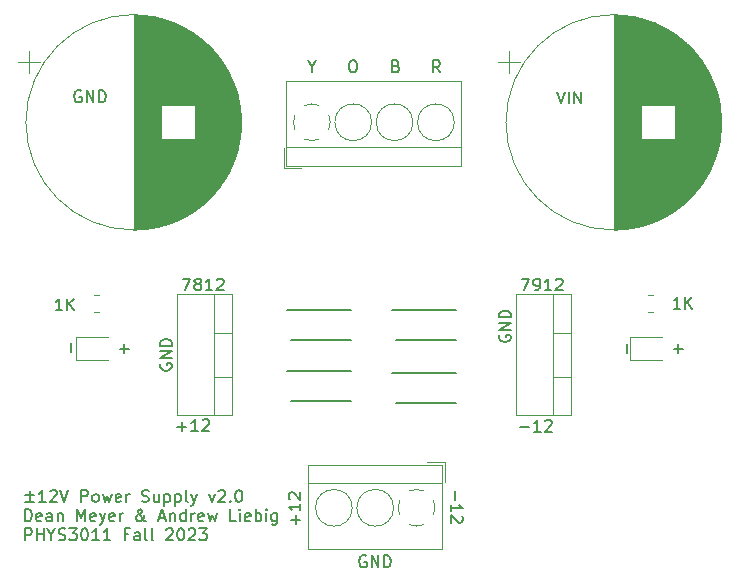
<source format=gbr>
%TF.GenerationSoftware,KiCad,Pcbnew,7.0.2-0*%
%TF.CreationDate,2023-11-27T08:52:52-05:00*%
%TF.ProjectId,PowerSupply,506f7765-7253-4757-9070-6c792e6b6963,rev?*%
%TF.SameCoordinates,Original*%
%TF.FileFunction,Legend,Top*%
%TF.FilePolarity,Positive*%
%FSLAX46Y46*%
G04 Gerber Fmt 4.6, Leading zero omitted, Abs format (unit mm)*
G04 Created by KiCad (PCBNEW 7.0.2-0) date 2023-11-27 08:52:52*
%MOMM*%
%LPD*%
G01*
G04 APERTURE LIST*
%ADD10C,0.150000*%
%ADD11C,0.200000*%
%ADD12C,0.120000*%
G04 APERTURE END LIST*
D10*
X181035295Y-75544266D02*
X181797200Y-75544266D01*
X181416247Y-75925219D02*
X181416247Y-75163314D01*
X129285904Y-72318419D02*
X128714476Y-72318419D01*
X129000190Y-72318419D02*
X129000190Y-71318419D01*
X129000190Y-71318419D02*
X128904952Y-71461276D01*
X128904952Y-71461276D02*
X128809714Y-71556514D01*
X128809714Y-71556514D02*
X128714476Y-71604133D01*
X129714476Y-72318419D02*
X129714476Y-71318419D01*
X130285904Y-72318419D02*
X129857333Y-71746990D01*
X130285904Y-71318419D02*
X129714476Y-71889847D01*
X154990704Y-93108438D02*
X154895466Y-93060819D01*
X154895466Y-93060819D02*
X154752609Y-93060819D01*
X154752609Y-93060819D02*
X154609752Y-93108438D01*
X154609752Y-93108438D02*
X154514514Y-93203676D01*
X154514514Y-93203676D02*
X154466895Y-93298914D01*
X154466895Y-93298914D02*
X154419276Y-93489390D01*
X154419276Y-93489390D02*
X154419276Y-93632247D01*
X154419276Y-93632247D02*
X154466895Y-93822723D01*
X154466895Y-93822723D02*
X154514514Y-93917961D01*
X154514514Y-93917961D02*
X154609752Y-94013200D01*
X154609752Y-94013200D02*
X154752609Y-94060819D01*
X154752609Y-94060819D02*
X154847847Y-94060819D01*
X154847847Y-94060819D02*
X154990704Y-94013200D01*
X154990704Y-94013200D02*
X155038323Y-93965580D01*
X155038323Y-93965580D02*
X155038323Y-93632247D01*
X155038323Y-93632247D02*
X154847847Y-93632247D01*
X155466895Y-94060819D02*
X155466895Y-93060819D01*
X155466895Y-93060819D02*
X156038323Y-94060819D01*
X156038323Y-94060819D02*
X156038323Y-93060819D01*
X156514514Y-94060819D02*
X156514514Y-93060819D01*
X156514514Y-93060819D02*
X156752609Y-93060819D01*
X156752609Y-93060819D02*
X156895466Y-93108438D01*
X156895466Y-93108438D02*
X156990704Y-93203676D01*
X156990704Y-93203676D02*
X157038323Y-93298914D01*
X157038323Y-93298914D02*
X157085942Y-93489390D01*
X157085942Y-93489390D02*
X157085942Y-93632247D01*
X157085942Y-93632247D02*
X157038323Y-93822723D01*
X157038323Y-93822723D02*
X156990704Y-93917961D01*
X156990704Y-93917961D02*
X156895466Y-94013200D01*
X156895466Y-94013200D02*
X156752609Y-94060819D01*
X156752609Y-94060819D02*
X156514514Y-94060819D01*
X162555333Y-87563295D02*
X162555333Y-88325200D01*
X162174380Y-89325199D02*
X162174380Y-88753771D01*
X162174380Y-89039485D02*
X163174380Y-89039485D01*
X163174380Y-89039485D02*
X163031523Y-88944247D01*
X163031523Y-88944247D02*
X162936285Y-88849009D01*
X162936285Y-88849009D02*
X162888666Y-88753771D01*
X163079142Y-89706152D02*
X163126761Y-89753771D01*
X163126761Y-89753771D02*
X163174380Y-89849009D01*
X163174380Y-89849009D02*
X163174380Y-90087104D01*
X163174380Y-90087104D02*
X163126761Y-90182342D01*
X163126761Y-90182342D02*
X163079142Y-90229961D01*
X163079142Y-90229961D02*
X162983904Y-90277580D01*
X162983904Y-90277580D02*
X162888666Y-90277580D01*
X162888666Y-90277580D02*
X162745809Y-90229961D01*
X162745809Y-90229961D02*
X162174380Y-89658533D01*
X162174380Y-89658533D02*
X162174380Y-90277580D01*
X153793771Y-51150819D02*
X153984247Y-51150819D01*
X153984247Y-51150819D02*
X154079485Y-51198438D01*
X154079485Y-51198438D02*
X154174723Y-51293676D01*
X154174723Y-51293676D02*
X154222342Y-51484152D01*
X154222342Y-51484152D02*
X154222342Y-51817485D01*
X154222342Y-51817485D02*
X154174723Y-52007961D01*
X154174723Y-52007961D02*
X154079485Y-52103200D01*
X154079485Y-52103200D02*
X153984247Y-52150819D01*
X153984247Y-52150819D02*
X153793771Y-52150819D01*
X153793771Y-52150819D02*
X153698533Y-52103200D01*
X153698533Y-52103200D02*
X153603295Y-52007961D01*
X153603295Y-52007961D02*
X153555676Y-51817485D01*
X153555676Y-51817485D02*
X153555676Y-51484152D01*
X153555676Y-51484152D02*
X153603295Y-51293676D01*
X153603295Y-51293676D02*
X153698533Y-51198438D01*
X153698533Y-51198438D02*
X153793771Y-51150819D01*
X171138838Y-53792419D02*
X171472171Y-54792419D01*
X171472171Y-54792419D02*
X171805504Y-53792419D01*
X172138838Y-54792419D02*
X172138838Y-53792419D01*
X172615028Y-54792419D02*
X172615028Y-53792419D01*
X172615028Y-53792419D02*
X173186456Y-54792419D01*
X173186456Y-54792419D02*
X173186456Y-53792419D01*
X149051866Y-90439904D02*
X149051866Y-89678000D01*
X149432819Y-90058952D02*
X148670914Y-90058952D01*
X149432819Y-88678000D02*
X149432819Y-89249428D01*
X149432819Y-88963714D02*
X148432819Y-88963714D01*
X148432819Y-88963714D02*
X148575676Y-89058952D01*
X148575676Y-89058952D02*
X148670914Y-89154190D01*
X148670914Y-89154190D02*
X148718533Y-89249428D01*
X148528057Y-88297047D02*
X148480438Y-88249428D01*
X148480438Y-88249428D02*
X148432819Y-88154190D01*
X148432819Y-88154190D02*
X148432819Y-87916095D01*
X148432819Y-87916095D02*
X148480438Y-87820857D01*
X148480438Y-87820857D02*
X148528057Y-87773238D01*
X148528057Y-87773238D02*
X148623295Y-87725619D01*
X148623295Y-87725619D02*
X148718533Y-87725619D01*
X148718533Y-87725619D02*
X148861390Y-87773238D01*
X148861390Y-87773238D02*
X149432819Y-88344666D01*
X149432819Y-88344666D02*
X149432819Y-87725619D01*
X161235923Y-52150819D02*
X160902590Y-51674628D01*
X160664495Y-52150819D02*
X160664495Y-51150819D01*
X160664495Y-51150819D02*
X161045447Y-51150819D01*
X161045447Y-51150819D02*
X161140685Y-51198438D01*
X161140685Y-51198438D02*
X161188304Y-51246057D01*
X161188304Y-51246057D02*
X161235923Y-51341295D01*
X161235923Y-51341295D02*
X161235923Y-51484152D01*
X161235923Y-51484152D02*
X161188304Y-51579390D01*
X161188304Y-51579390D02*
X161140685Y-51627009D01*
X161140685Y-51627009D02*
X161045447Y-51674628D01*
X161045447Y-51674628D02*
X160664495Y-51674628D01*
X181609904Y-72166019D02*
X181038476Y-72166019D01*
X181324190Y-72166019D02*
X181324190Y-71166019D01*
X181324190Y-71166019D02*
X181228952Y-71308876D01*
X181228952Y-71308876D02*
X181133714Y-71404114D01*
X181133714Y-71404114D02*
X181038476Y-71451733D01*
X182038476Y-72166019D02*
X182038476Y-71166019D01*
X182609904Y-72166019D02*
X182181333Y-71594590D01*
X182609904Y-71166019D02*
X182038476Y-71737447D01*
X150390171Y-51674628D02*
X150390171Y-52150819D01*
X150056838Y-51150819D02*
X150390171Y-51674628D01*
X150390171Y-51674628D02*
X150723504Y-51150819D01*
X157543428Y-51627009D02*
X157686285Y-51674628D01*
X157686285Y-51674628D02*
X157733904Y-51722247D01*
X157733904Y-51722247D02*
X157781523Y-51817485D01*
X157781523Y-51817485D02*
X157781523Y-51960342D01*
X157781523Y-51960342D02*
X157733904Y-52055580D01*
X157733904Y-52055580D02*
X157686285Y-52103200D01*
X157686285Y-52103200D02*
X157591047Y-52150819D01*
X157591047Y-52150819D02*
X157210095Y-52150819D01*
X157210095Y-52150819D02*
X157210095Y-51150819D01*
X157210095Y-51150819D02*
X157543428Y-51150819D01*
X157543428Y-51150819D02*
X157638666Y-51198438D01*
X157638666Y-51198438D02*
X157686285Y-51246057D01*
X157686285Y-51246057D02*
X157733904Y-51341295D01*
X157733904Y-51341295D02*
X157733904Y-51436533D01*
X157733904Y-51436533D02*
X157686285Y-51531771D01*
X157686285Y-51531771D02*
X157638666Y-51579390D01*
X157638666Y-51579390D02*
X157543428Y-51627009D01*
X157543428Y-51627009D02*
X157210095Y-51627009D01*
X137609238Y-76835095D02*
X137561619Y-76930333D01*
X137561619Y-76930333D02*
X137561619Y-77073190D01*
X137561619Y-77073190D02*
X137609238Y-77216047D01*
X137609238Y-77216047D02*
X137704476Y-77311285D01*
X137704476Y-77311285D02*
X137799714Y-77358904D01*
X137799714Y-77358904D02*
X137990190Y-77406523D01*
X137990190Y-77406523D02*
X138133047Y-77406523D01*
X138133047Y-77406523D02*
X138323523Y-77358904D01*
X138323523Y-77358904D02*
X138418761Y-77311285D01*
X138418761Y-77311285D02*
X138514000Y-77216047D01*
X138514000Y-77216047D02*
X138561619Y-77073190D01*
X138561619Y-77073190D02*
X138561619Y-76977952D01*
X138561619Y-76977952D02*
X138514000Y-76835095D01*
X138514000Y-76835095D02*
X138466380Y-76787476D01*
X138466380Y-76787476D02*
X138133047Y-76787476D01*
X138133047Y-76787476D02*
X138133047Y-76977952D01*
X138561619Y-76358904D02*
X137561619Y-76358904D01*
X137561619Y-76358904D02*
X138561619Y-75787476D01*
X138561619Y-75787476D02*
X137561619Y-75787476D01*
X138561619Y-75311285D02*
X137561619Y-75311285D01*
X137561619Y-75311285D02*
X137561619Y-75073190D01*
X137561619Y-75073190D02*
X137609238Y-74930333D01*
X137609238Y-74930333D02*
X137704476Y-74835095D01*
X137704476Y-74835095D02*
X137799714Y-74787476D01*
X137799714Y-74787476D02*
X137990190Y-74739857D01*
X137990190Y-74739857D02*
X138133047Y-74739857D01*
X138133047Y-74739857D02*
X138323523Y-74787476D01*
X138323523Y-74787476D02*
X138418761Y-74835095D01*
X138418761Y-74835095D02*
X138514000Y-74930333D01*
X138514000Y-74930333D02*
X138561619Y-75073190D01*
X138561619Y-75073190D02*
X138561619Y-75311285D01*
X130001866Y-75809504D02*
X130001866Y-75047600D01*
X166311238Y-74422095D02*
X166263619Y-74517333D01*
X166263619Y-74517333D02*
X166263619Y-74660190D01*
X166263619Y-74660190D02*
X166311238Y-74803047D01*
X166311238Y-74803047D02*
X166406476Y-74898285D01*
X166406476Y-74898285D02*
X166501714Y-74945904D01*
X166501714Y-74945904D02*
X166692190Y-74993523D01*
X166692190Y-74993523D02*
X166835047Y-74993523D01*
X166835047Y-74993523D02*
X167025523Y-74945904D01*
X167025523Y-74945904D02*
X167120761Y-74898285D01*
X167120761Y-74898285D02*
X167216000Y-74803047D01*
X167216000Y-74803047D02*
X167263619Y-74660190D01*
X167263619Y-74660190D02*
X167263619Y-74564952D01*
X167263619Y-74564952D02*
X167216000Y-74422095D01*
X167216000Y-74422095D02*
X167168380Y-74374476D01*
X167168380Y-74374476D02*
X166835047Y-74374476D01*
X166835047Y-74374476D02*
X166835047Y-74564952D01*
X167263619Y-73945904D02*
X166263619Y-73945904D01*
X166263619Y-73945904D02*
X167263619Y-73374476D01*
X167263619Y-73374476D02*
X166263619Y-73374476D01*
X167263619Y-72898285D02*
X166263619Y-72898285D01*
X166263619Y-72898285D02*
X166263619Y-72660190D01*
X166263619Y-72660190D02*
X166311238Y-72517333D01*
X166311238Y-72517333D02*
X166406476Y-72422095D01*
X166406476Y-72422095D02*
X166501714Y-72374476D01*
X166501714Y-72374476D02*
X166692190Y-72326857D01*
X166692190Y-72326857D02*
X166835047Y-72326857D01*
X166835047Y-72326857D02*
X167025523Y-72374476D01*
X167025523Y-72374476D02*
X167120761Y-72422095D01*
X167120761Y-72422095D02*
X167216000Y-72517333D01*
X167216000Y-72517333D02*
X167263619Y-72660190D01*
X167263619Y-72660190D02*
X167263619Y-72898285D01*
X139461857Y-69616619D02*
X140128523Y-69616619D01*
X140128523Y-69616619D02*
X139699952Y-70616619D01*
X140652333Y-70045190D02*
X140557095Y-69997571D01*
X140557095Y-69997571D02*
X140509476Y-69949952D01*
X140509476Y-69949952D02*
X140461857Y-69854714D01*
X140461857Y-69854714D02*
X140461857Y-69807095D01*
X140461857Y-69807095D02*
X140509476Y-69711857D01*
X140509476Y-69711857D02*
X140557095Y-69664238D01*
X140557095Y-69664238D02*
X140652333Y-69616619D01*
X140652333Y-69616619D02*
X140842809Y-69616619D01*
X140842809Y-69616619D02*
X140938047Y-69664238D01*
X140938047Y-69664238D02*
X140985666Y-69711857D01*
X140985666Y-69711857D02*
X141033285Y-69807095D01*
X141033285Y-69807095D02*
X141033285Y-69854714D01*
X141033285Y-69854714D02*
X140985666Y-69949952D01*
X140985666Y-69949952D02*
X140938047Y-69997571D01*
X140938047Y-69997571D02*
X140842809Y-70045190D01*
X140842809Y-70045190D02*
X140652333Y-70045190D01*
X140652333Y-70045190D02*
X140557095Y-70092809D01*
X140557095Y-70092809D02*
X140509476Y-70140428D01*
X140509476Y-70140428D02*
X140461857Y-70235666D01*
X140461857Y-70235666D02*
X140461857Y-70426142D01*
X140461857Y-70426142D02*
X140509476Y-70521380D01*
X140509476Y-70521380D02*
X140557095Y-70569000D01*
X140557095Y-70569000D02*
X140652333Y-70616619D01*
X140652333Y-70616619D02*
X140842809Y-70616619D01*
X140842809Y-70616619D02*
X140938047Y-70569000D01*
X140938047Y-70569000D02*
X140985666Y-70521380D01*
X140985666Y-70521380D02*
X141033285Y-70426142D01*
X141033285Y-70426142D02*
X141033285Y-70235666D01*
X141033285Y-70235666D02*
X140985666Y-70140428D01*
X140985666Y-70140428D02*
X140938047Y-70092809D01*
X140938047Y-70092809D02*
X140842809Y-70045190D01*
X141985666Y-70616619D02*
X141414238Y-70616619D01*
X141699952Y-70616619D02*
X141699952Y-69616619D01*
X141699952Y-69616619D02*
X141604714Y-69759476D01*
X141604714Y-69759476D02*
X141509476Y-69854714D01*
X141509476Y-69854714D02*
X141414238Y-69902333D01*
X142366619Y-69711857D02*
X142414238Y-69664238D01*
X142414238Y-69664238D02*
X142509476Y-69616619D01*
X142509476Y-69616619D02*
X142747571Y-69616619D01*
X142747571Y-69616619D02*
X142842809Y-69664238D01*
X142842809Y-69664238D02*
X142890428Y-69711857D01*
X142890428Y-69711857D02*
X142938047Y-69807095D01*
X142938047Y-69807095D02*
X142938047Y-69902333D01*
X142938047Y-69902333D02*
X142890428Y-70045190D01*
X142890428Y-70045190D02*
X142319000Y-70616619D01*
X142319000Y-70616619D02*
X142938047Y-70616619D01*
X139023695Y-82148266D02*
X139785600Y-82148266D01*
X139404647Y-82529219D02*
X139404647Y-81767314D01*
X140785599Y-82529219D02*
X140214171Y-82529219D01*
X140499885Y-82529219D02*
X140499885Y-81529219D01*
X140499885Y-81529219D02*
X140404647Y-81672076D01*
X140404647Y-81672076D02*
X140309409Y-81767314D01*
X140309409Y-81767314D02*
X140214171Y-81814933D01*
X141166552Y-81624457D02*
X141214171Y-81576838D01*
X141214171Y-81576838D02*
X141309409Y-81529219D01*
X141309409Y-81529219D02*
X141547504Y-81529219D01*
X141547504Y-81529219D02*
X141642742Y-81576838D01*
X141642742Y-81576838D02*
X141690361Y-81624457D01*
X141690361Y-81624457D02*
X141737980Y-81719695D01*
X141737980Y-81719695D02*
X141737980Y-81814933D01*
X141737980Y-81814933D02*
X141690361Y-81957790D01*
X141690361Y-81957790D02*
X141118933Y-82529219D01*
X141118933Y-82529219D02*
X141737980Y-82529219D01*
X130860704Y-53738438D02*
X130765466Y-53690819D01*
X130765466Y-53690819D02*
X130622609Y-53690819D01*
X130622609Y-53690819D02*
X130479752Y-53738438D01*
X130479752Y-53738438D02*
X130384514Y-53833676D01*
X130384514Y-53833676D02*
X130336895Y-53928914D01*
X130336895Y-53928914D02*
X130289276Y-54119390D01*
X130289276Y-54119390D02*
X130289276Y-54262247D01*
X130289276Y-54262247D02*
X130336895Y-54452723D01*
X130336895Y-54452723D02*
X130384514Y-54547961D01*
X130384514Y-54547961D02*
X130479752Y-54643200D01*
X130479752Y-54643200D02*
X130622609Y-54690819D01*
X130622609Y-54690819D02*
X130717847Y-54690819D01*
X130717847Y-54690819D02*
X130860704Y-54643200D01*
X130860704Y-54643200D02*
X130908323Y-54595580D01*
X130908323Y-54595580D02*
X130908323Y-54262247D01*
X130908323Y-54262247D02*
X130717847Y-54262247D01*
X131336895Y-54690819D02*
X131336895Y-53690819D01*
X131336895Y-53690819D02*
X131908323Y-54690819D01*
X131908323Y-54690819D02*
X131908323Y-53690819D01*
X132384514Y-54690819D02*
X132384514Y-53690819D01*
X132384514Y-53690819D02*
X132622609Y-53690819D01*
X132622609Y-53690819D02*
X132765466Y-53738438D01*
X132765466Y-53738438D02*
X132860704Y-53833676D01*
X132860704Y-53833676D02*
X132908323Y-53928914D01*
X132908323Y-53928914D02*
X132955942Y-54119390D01*
X132955942Y-54119390D02*
X132955942Y-54262247D01*
X132955942Y-54262247D02*
X132908323Y-54452723D01*
X132908323Y-54452723D02*
X132860704Y-54547961D01*
X132860704Y-54547961D02*
X132765466Y-54643200D01*
X132765466Y-54643200D02*
X132622609Y-54690819D01*
X132622609Y-54690819D02*
X132384514Y-54690819D01*
X177093466Y-75911104D02*
X177093466Y-75149200D01*
X126120495Y-87963390D02*
X126882400Y-87963390D01*
X126501447Y-88344342D02*
X126501447Y-87582438D01*
X126882400Y-88534819D02*
X126120495Y-88534819D01*
X127882399Y-88534819D02*
X127310971Y-88534819D01*
X127596685Y-88534819D02*
X127596685Y-87534819D01*
X127596685Y-87534819D02*
X127501447Y-87677676D01*
X127501447Y-87677676D02*
X127406209Y-87772914D01*
X127406209Y-87772914D02*
X127310971Y-87820533D01*
X128263352Y-87630057D02*
X128310971Y-87582438D01*
X128310971Y-87582438D02*
X128406209Y-87534819D01*
X128406209Y-87534819D02*
X128644304Y-87534819D01*
X128644304Y-87534819D02*
X128739542Y-87582438D01*
X128739542Y-87582438D02*
X128787161Y-87630057D01*
X128787161Y-87630057D02*
X128834780Y-87725295D01*
X128834780Y-87725295D02*
X128834780Y-87820533D01*
X128834780Y-87820533D02*
X128787161Y-87963390D01*
X128787161Y-87963390D02*
X128215733Y-88534819D01*
X128215733Y-88534819D02*
X128834780Y-88534819D01*
X129120495Y-87534819D02*
X129453828Y-88534819D01*
X129453828Y-88534819D02*
X129787161Y-87534819D01*
X130882400Y-88534819D02*
X130882400Y-87534819D01*
X130882400Y-87534819D02*
X131263352Y-87534819D01*
X131263352Y-87534819D02*
X131358590Y-87582438D01*
X131358590Y-87582438D02*
X131406209Y-87630057D01*
X131406209Y-87630057D02*
X131453828Y-87725295D01*
X131453828Y-87725295D02*
X131453828Y-87868152D01*
X131453828Y-87868152D02*
X131406209Y-87963390D01*
X131406209Y-87963390D02*
X131358590Y-88011009D01*
X131358590Y-88011009D02*
X131263352Y-88058628D01*
X131263352Y-88058628D02*
X130882400Y-88058628D01*
X132025257Y-88534819D02*
X131930019Y-88487200D01*
X131930019Y-88487200D02*
X131882400Y-88439580D01*
X131882400Y-88439580D02*
X131834781Y-88344342D01*
X131834781Y-88344342D02*
X131834781Y-88058628D01*
X131834781Y-88058628D02*
X131882400Y-87963390D01*
X131882400Y-87963390D02*
X131930019Y-87915771D01*
X131930019Y-87915771D02*
X132025257Y-87868152D01*
X132025257Y-87868152D02*
X132168114Y-87868152D01*
X132168114Y-87868152D02*
X132263352Y-87915771D01*
X132263352Y-87915771D02*
X132310971Y-87963390D01*
X132310971Y-87963390D02*
X132358590Y-88058628D01*
X132358590Y-88058628D02*
X132358590Y-88344342D01*
X132358590Y-88344342D02*
X132310971Y-88439580D01*
X132310971Y-88439580D02*
X132263352Y-88487200D01*
X132263352Y-88487200D02*
X132168114Y-88534819D01*
X132168114Y-88534819D02*
X132025257Y-88534819D01*
X132691924Y-87868152D02*
X132882400Y-88534819D01*
X132882400Y-88534819D02*
X133072876Y-88058628D01*
X133072876Y-88058628D02*
X133263352Y-88534819D01*
X133263352Y-88534819D02*
X133453828Y-87868152D01*
X134215733Y-88487200D02*
X134120495Y-88534819D01*
X134120495Y-88534819D02*
X133930019Y-88534819D01*
X133930019Y-88534819D02*
X133834781Y-88487200D01*
X133834781Y-88487200D02*
X133787162Y-88391961D01*
X133787162Y-88391961D02*
X133787162Y-88011009D01*
X133787162Y-88011009D02*
X133834781Y-87915771D01*
X133834781Y-87915771D02*
X133930019Y-87868152D01*
X133930019Y-87868152D02*
X134120495Y-87868152D01*
X134120495Y-87868152D02*
X134215733Y-87915771D01*
X134215733Y-87915771D02*
X134263352Y-88011009D01*
X134263352Y-88011009D02*
X134263352Y-88106247D01*
X134263352Y-88106247D02*
X133787162Y-88201485D01*
X134691924Y-88534819D02*
X134691924Y-87868152D01*
X134691924Y-88058628D02*
X134739543Y-87963390D01*
X134739543Y-87963390D02*
X134787162Y-87915771D01*
X134787162Y-87915771D02*
X134882400Y-87868152D01*
X134882400Y-87868152D02*
X134977638Y-87868152D01*
X136025258Y-88487200D02*
X136168115Y-88534819D01*
X136168115Y-88534819D02*
X136406210Y-88534819D01*
X136406210Y-88534819D02*
X136501448Y-88487200D01*
X136501448Y-88487200D02*
X136549067Y-88439580D01*
X136549067Y-88439580D02*
X136596686Y-88344342D01*
X136596686Y-88344342D02*
X136596686Y-88249104D01*
X136596686Y-88249104D02*
X136549067Y-88153866D01*
X136549067Y-88153866D02*
X136501448Y-88106247D01*
X136501448Y-88106247D02*
X136406210Y-88058628D01*
X136406210Y-88058628D02*
X136215734Y-88011009D01*
X136215734Y-88011009D02*
X136120496Y-87963390D01*
X136120496Y-87963390D02*
X136072877Y-87915771D01*
X136072877Y-87915771D02*
X136025258Y-87820533D01*
X136025258Y-87820533D02*
X136025258Y-87725295D01*
X136025258Y-87725295D02*
X136072877Y-87630057D01*
X136072877Y-87630057D02*
X136120496Y-87582438D01*
X136120496Y-87582438D02*
X136215734Y-87534819D01*
X136215734Y-87534819D02*
X136453829Y-87534819D01*
X136453829Y-87534819D02*
X136596686Y-87582438D01*
X137453829Y-87868152D02*
X137453829Y-88534819D01*
X137025258Y-87868152D02*
X137025258Y-88391961D01*
X137025258Y-88391961D02*
X137072877Y-88487200D01*
X137072877Y-88487200D02*
X137168115Y-88534819D01*
X137168115Y-88534819D02*
X137310972Y-88534819D01*
X137310972Y-88534819D02*
X137406210Y-88487200D01*
X137406210Y-88487200D02*
X137453829Y-88439580D01*
X137930020Y-87868152D02*
X137930020Y-88868152D01*
X137930020Y-87915771D02*
X138025258Y-87868152D01*
X138025258Y-87868152D02*
X138215734Y-87868152D01*
X138215734Y-87868152D02*
X138310972Y-87915771D01*
X138310972Y-87915771D02*
X138358591Y-87963390D01*
X138358591Y-87963390D02*
X138406210Y-88058628D01*
X138406210Y-88058628D02*
X138406210Y-88344342D01*
X138406210Y-88344342D02*
X138358591Y-88439580D01*
X138358591Y-88439580D02*
X138310972Y-88487200D01*
X138310972Y-88487200D02*
X138215734Y-88534819D01*
X138215734Y-88534819D02*
X138025258Y-88534819D01*
X138025258Y-88534819D02*
X137930020Y-88487200D01*
X138834782Y-87868152D02*
X138834782Y-88868152D01*
X138834782Y-87915771D02*
X138930020Y-87868152D01*
X138930020Y-87868152D02*
X139120496Y-87868152D01*
X139120496Y-87868152D02*
X139215734Y-87915771D01*
X139215734Y-87915771D02*
X139263353Y-87963390D01*
X139263353Y-87963390D02*
X139310972Y-88058628D01*
X139310972Y-88058628D02*
X139310972Y-88344342D01*
X139310972Y-88344342D02*
X139263353Y-88439580D01*
X139263353Y-88439580D02*
X139215734Y-88487200D01*
X139215734Y-88487200D02*
X139120496Y-88534819D01*
X139120496Y-88534819D02*
X138930020Y-88534819D01*
X138930020Y-88534819D02*
X138834782Y-88487200D01*
X139882401Y-88534819D02*
X139787163Y-88487200D01*
X139787163Y-88487200D02*
X139739544Y-88391961D01*
X139739544Y-88391961D02*
X139739544Y-87534819D01*
X140168116Y-87868152D02*
X140406211Y-88534819D01*
X140644306Y-87868152D02*
X140406211Y-88534819D01*
X140406211Y-88534819D02*
X140310973Y-88772914D01*
X140310973Y-88772914D02*
X140263354Y-88820533D01*
X140263354Y-88820533D02*
X140168116Y-88868152D01*
X141691926Y-87868152D02*
X141930021Y-88534819D01*
X141930021Y-88534819D02*
X142168116Y-87868152D01*
X142501450Y-87630057D02*
X142549069Y-87582438D01*
X142549069Y-87582438D02*
X142644307Y-87534819D01*
X142644307Y-87534819D02*
X142882402Y-87534819D01*
X142882402Y-87534819D02*
X142977640Y-87582438D01*
X142977640Y-87582438D02*
X143025259Y-87630057D01*
X143025259Y-87630057D02*
X143072878Y-87725295D01*
X143072878Y-87725295D02*
X143072878Y-87820533D01*
X143072878Y-87820533D02*
X143025259Y-87963390D01*
X143025259Y-87963390D02*
X142453831Y-88534819D01*
X142453831Y-88534819D02*
X143072878Y-88534819D01*
X143501450Y-88439580D02*
X143549069Y-88487200D01*
X143549069Y-88487200D02*
X143501450Y-88534819D01*
X143501450Y-88534819D02*
X143453831Y-88487200D01*
X143453831Y-88487200D02*
X143501450Y-88439580D01*
X143501450Y-88439580D02*
X143501450Y-88534819D01*
X144168116Y-87534819D02*
X144263354Y-87534819D01*
X144263354Y-87534819D02*
X144358592Y-87582438D01*
X144358592Y-87582438D02*
X144406211Y-87630057D01*
X144406211Y-87630057D02*
X144453830Y-87725295D01*
X144453830Y-87725295D02*
X144501449Y-87915771D01*
X144501449Y-87915771D02*
X144501449Y-88153866D01*
X144501449Y-88153866D02*
X144453830Y-88344342D01*
X144453830Y-88344342D02*
X144406211Y-88439580D01*
X144406211Y-88439580D02*
X144358592Y-88487200D01*
X144358592Y-88487200D02*
X144263354Y-88534819D01*
X144263354Y-88534819D02*
X144168116Y-88534819D01*
X144168116Y-88534819D02*
X144072878Y-88487200D01*
X144072878Y-88487200D02*
X144025259Y-88439580D01*
X144025259Y-88439580D02*
X143977640Y-88344342D01*
X143977640Y-88344342D02*
X143930021Y-88153866D01*
X143930021Y-88153866D02*
X143930021Y-87915771D01*
X143930021Y-87915771D02*
X143977640Y-87725295D01*
X143977640Y-87725295D02*
X144025259Y-87630057D01*
X144025259Y-87630057D02*
X144072878Y-87582438D01*
X144072878Y-87582438D02*
X144168116Y-87534819D01*
X126120495Y-90154819D02*
X126120495Y-89154819D01*
X126120495Y-89154819D02*
X126358590Y-89154819D01*
X126358590Y-89154819D02*
X126501447Y-89202438D01*
X126501447Y-89202438D02*
X126596685Y-89297676D01*
X126596685Y-89297676D02*
X126644304Y-89392914D01*
X126644304Y-89392914D02*
X126691923Y-89583390D01*
X126691923Y-89583390D02*
X126691923Y-89726247D01*
X126691923Y-89726247D02*
X126644304Y-89916723D01*
X126644304Y-89916723D02*
X126596685Y-90011961D01*
X126596685Y-90011961D02*
X126501447Y-90107200D01*
X126501447Y-90107200D02*
X126358590Y-90154819D01*
X126358590Y-90154819D02*
X126120495Y-90154819D01*
X127501447Y-90107200D02*
X127406209Y-90154819D01*
X127406209Y-90154819D02*
X127215733Y-90154819D01*
X127215733Y-90154819D02*
X127120495Y-90107200D01*
X127120495Y-90107200D02*
X127072876Y-90011961D01*
X127072876Y-90011961D02*
X127072876Y-89631009D01*
X127072876Y-89631009D02*
X127120495Y-89535771D01*
X127120495Y-89535771D02*
X127215733Y-89488152D01*
X127215733Y-89488152D02*
X127406209Y-89488152D01*
X127406209Y-89488152D02*
X127501447Y-89535771D01*
X127501447Y-89535771D02*
X127549066Y-89631009D01*
X127549066Y-89631009D02*
X127549066Y-89726247D01*
X127549066Y-89726247D02*
X127072876Y-89821485D01*
X128406209Y-90154819D02*
X128406209Y-89631009D01*
X128406209Y-89631009D02*
X128358590Y-89535771D01*
X128358590Y-89535771D02*
X128263352Y-89488152D01*
X128263352Y-89488152D02*
X128072876Y-89488152D01*
X128072876Y-89488152D02*
X127977638Y-89535771D01*
X128406209Y-90107200D02*
X128310971Y-90154819D01*
X128310971Y-90154819D02*
X128072876Y-90154819D01*
X128072876Y-90154819D02*
X127977638Y-90107200D01*
X127977638Y-90107200D02*
X127930019Y-90011961D01*
X127930019Y-90011961D02*
X127930019Y-89916723D01*
X127930019Y-89916723D02*
X127977638Y-89821485D01*
X127977638Y-89821485D02*
X128072876Y-89773866D01*
X128072876Y-89773866D02*
X128310971Y-89773866D01*
X128310971Y-89773866D02*
X128406209Y-89726247D01*
X128882400Y-89488152D02*
X128882400Y-90154819D01*
X128882400Y-89583390D02*
X128930019Y-89535771D01*
X128930019Y-89535771D02*
X129025257Y-89488152D01*
X129025257Y-89488152D02*
X129168114Y-89488152D01*
X129168114Y-89488152D02*
X129263352Y-89535771D01*
X129263352Y-89535771D02*
X129310971Y-89631009D01*
X129310971Y-89631009D02*
X129310971Y-90154819D01*
X130549067Y-90154819D02*
X130549067Y-89154819D01*
X130549067Y-89154819D02*
X130882400Y-89869104D01*
X130882400Y-89869104D02*
X131215733Y-89154819D01*
X131215733Y-89154819D02*
X131215733Y-90154819D01*
X132072876Y-90107200D02*
X131977638Y-90154819D01*
X131977638Y-90154819D02*
X131787162Y-90154819D01*
X131787162Y-90154819D02*
X131691924Y-90107200D01*
X131691924Y-90107200D02*
X131644305Y-90011961D01*
X131644305Y-90011961D02*
X131644305Y-89631009D01*
X131644305Y-89631009D02*
X131691924Y-89535771D01*
X131691924Y-89535771D02*
X131787162Y-89488152D01*
X131787162Y-89488152D02*
X131977638Y-89488152D01*
X131977638Y-89488152D02*
X132072876Y-89535771D01*
X132072876Y-89535771D02*
X132120495Y-89631009D01*
X132120495Y-89631009D02*
X132120495Y-89726247D01*
X132120495Y-89726247D02*
X131644305Y-89821485D01*
X132453829Y-89488152D02*
X132691924Y-90154819D01*
X132930019Y-89488152D02*
X132691924Y-90154819D01*
X132691924Y-90154819D02*
X132596686Y-90392914D01*
X132596686Y-90392914D02*
X132549067Y-90440533D01*
X132549067Y-90440533D02*
X132453829Y-90488152D01*
X133691924Y-90107200D02*
X133596686Y-90154819D01*
X133596686Y-90154819D02*
X133406210Y-90154819D01*
X133406210Y-90154819D02*
X133310972Y-90107200D01*
X133310972Y-90107200D02*
X133263353Y-90011961D01*
X133263353Y-90011961D02*
X133263353Y-89631009D01*
X133263353Y-89631009D02*
X133310972Y-89535771D01*
X133310972Y-89535771D02*
X133406210Y-89488152D01*
X133406210Y-89488152D02*
X133596686Y-89488152D01*
X133596686Y-89488152D02*
X133691924Y-89535771D01*
X133691924Y-89535771D02*
X133739543Y-89631009D01*
X133739543Y-89631009D02*
X133739543Y-89726247D01*
X133739543Y-89726247D02*
X133263353Y-89821485D01*
X134168115Y-90154819D02*
X134168115Y-89488152D01*
X134168115Y-89678628D02*
X134215734Y-89583390D01*
X134215734Y-89583390D02*
X134263353Y-89535771D01*
X134263353Y-89535771D02*
X134358591Y-89488152D01*
X134358591Y-89488152D02*
X134453829Y-89488152D01*
X136358592Y-90154819D02*
X136310973Y-90154819D01*
X136310973Y-90154819D02*
X136215734Y-90107200D01*
X136215734Y-90107200D02*
X136072877Y-89964342D01*
X136072877Y-89964342D02*
X135834782Y-89678628D01*
X135834782Y-89678628D02*
X135739544Y-89535771D01*
X135739544Y-89535771D02*
X135691925Y-89392914D01*
X135691925Y-89392914D02*
X135691925Y-89297676D01*
X135691925Y-89297676D02*
X135739544Y-89202438D01*
X135739544Y-89202438D02*
X135834782Y-89154819D01*
X135834782Y-89154819D02*
X135882401Y-89154819D01*
X135882401Y-89154819D02*
X135977639Y-89202438D01*
X135977639Y-89202438D02*
X136025258Y-89297676D01*
X136025258Y-89297676D02*
X136025258Y-89345295D01*
X136025258Y-89345295D02*
X135977639Y-89440533D01*
X135977639Y-89440533D02*
X135930020Y-89488152D01*
X135930020Y-89488152D02*
X135644306Y-89678628D01*
X135644306Y-89678628D02*
X135596687Y-89726247D01*
X135596687Y-89726247D02*
X135549068Y-89821485D01*
X135549068Y-89821485D02*
X135549068Y-89964342D01*
X135549068Y-89964342D02*
X135596687Y-90059580D01*
X135596687Y-90059580D02*
X135644306Y-90107200D01*
X135644306Y-90107200D02*
X135739544Y-90154819D01*
X135739544Y-90154819D02*
X135882401Y-90154819D01*
X135882401Y-90154819D02*
X135977639Y-90107200D01*
X135977639Y-90107200D02*
X136025258Y-90059580D01*
X136025258Y-90059580D02*
X136168115Y-89869104D01*
X136168115Y-89869104D02*
X136215734Y-89726247D01*
X136215734Y-89726247D02*
X136215734Y-89631009D01*
X137501449Y-89869104D02*
X137977639Y-89869104D01*
X137406211Y-90154819D02*
X137739544Y-89154819D01*
X137739544Y-89154819D02*
X138072877Y-90154819D01*
X138406211Y-89488152D02*
X138406211Y-90154819D01*
X138406211Y-89583390D02*
X138453830Y-89535771D01*
X138453830Y-89535771D02*
X138549068Y-89488152D01*
X138549068Y-89488152D02*
X138691925Y-89488152D01*
X138691925Y-89488152D02*
X138787163Y-89535771D01*
X138787163Y-89535771D02*
X138834782Y-89631009D01*
X138834782Y-89631009D02*
X138834782Y-90154819D01*
X139739544Y-90154819D02*
X139739544Y-89154819D01*
X139739544Y-90107200D02*
X139644306Y-90154819D01*
X139644306Y-90154819D02*
X139453830Y-90154819D01*
X139453830Y-90154819D02*
X139358592Y-90107200D01*
X139358592Y-90107200D02*
X139310973Y-90059580D01*
X139310973Y-90059580D02*
X139263354Y-89964342D01*
X139263354Y-89964342D02*
X139263354Y-89678628D01*
X139263354Y-89678628D02*
X139310973Y-89583390D01*
X139310973Y-89583390D02*
X139358592Y-89535771D01*
X139358592Y-89535771D02*
X139453830Y-89488152D01*
X139453830Y-89488152D02*
X139644306Y-89488152D01*
X139644306Y-89488152D02*
X139739544Y-89535771D01*
X140215735Y-90154819D02*
X140215735Y-89488152D01*
X140215735Y-89678628D02*
X140263354Y-89583390D01*
X140263354Y-89583390D02*
X140310973Y-89535771D01*
X140310973Y-89535771D02*
X140406211Y-89488152D01*
X140406211Y-89488152D02*
X140501449Y-89488152D01*
X141215735Y-90107200D02*
X141120497Y-90154819D01*
X141120497Y-90154819D02*
X140930021Y-90154819D01*
X140930021Y-90154819D02*
X140834783Y-90107200D01*
X140834783Y-90107200D02*
X140787164Y-90011961D01*
X140787164Y-90011961D02*
X140787164Y-89631009D01*
X140787164Y-89631009D02*
X140834783Y-89535771D01*
X140834783Y-89535771D02*
X140930021Y-89488152D01*
X140930021Y-89488152D02*
X141120497Y-89488152D01*
X141120497Y-89488152D02*
X141215735Y-89535771D01*
X141215735Y-89535771D02*
X141263354Y-89631009D01*
X141263354Y-89631009D02*
X141263354Y-89726247D01*
X141263354Y-89726247D02*
X140787164Y-89821485D01*
X141596688Y-89488152D02*
X141787164Y-90154819D01*
X141787164Y-90154819D02*
X141977640Y-89678628D01*
X141977640Y-89678628D02*
X142168116Y-90154819D01*
X142168116Y-90154819D02*
X142358592Y-89488152D01*
X143977640Y-90154819D02*
X143501450Y-90154819D01*
X143501450Y-90154819D02*
X143501450Y-89154819D01*
X144310974Y-90154819D02*
X144310974Y-89488152D01*
X144310974Y-89154819D02*
X144263355Y-89202438D01*
X144263355Y-89202438D02*
X144310974Y-89250057D01*
X144310974Y-89250057D02*
X144358593Y-89202438D01*
X144358593Y-89202438D02*
X144310974Y-89154819D01*
X144310974Y-89154819D02*
X144310974Y-89250057D01*
X145168116Y-90107200D02*
X145072878Y-90154819D01*
X145072878Y-90154819D02*
X144882402Y-90154819D01*
X144882402Y-90154819D02*
X144787164Y-90107200D01*
X144787164Y-90107200D02*
X144739545Y-90011961D01*
X144739545Y-90011961D02*
X144739545Y-89631009D01*
X144739545Y-89631009D02*
X144787164Y-89535771D01*
X144787164Y-89535771D02*
X144882402Y-89488152D01*
X144882402Y-89488152D02*
X145072878Y-89488152D01*
X145072878Y-89488152D02*
X145168116Y-89535771D01*
X145168116Y-89535771D02*
X145215735Y-89631009D01*
X145215735Y-89631009D02*
X145215735Y-89726247D01*
X145215735Y-89726247D02*
X144739545Y-89821485D01*
X145644307Y-90154819D02*
X145644307Y-89154819D01*
X145644307Y-89535771D02*
X145739545Y-89488152D01*
X145739545Y-89488152D02*
X145930021Y-89488152D01*
X145930021Y-89488152D02*
X146025259Y-89535771D01*
X146025259Y-89535771D02*
X146072878Y-89583390D01*
X146072878Y-89583390D02*
X146120497Y-89678628D01*
X146120497Y-89678628D02*
X146120497Y-89964342D01*
X146120497Y-89964342D02*
X146072878Y-90059580D01*
X146072878Y-90059580D02*
X146025259Y-90107200D01*
X146025259Y-90107200D02*
X145930021Y-90154819D01*
X145930021Y-90154819D02*
X145739545Y-90154819D01*
X145739545Y-90154819D02*
X145644307Y-90107200D01*
X146549069Y-90154819D02*
X146549069Y-89488152D01*
X146549069Y-89154819D02*
X146501450Y-89202438D01*
X146501450Y-89202438D02*
X146549069Y-89250057D01*
X146549069Y-89250057D02*
X146596688Y-89202438D01*
X146596688Y-89202438D02*
X146549069Y-89154819D01*
X146549069Y-89154819D02*
X146549069Y-89250057D01*
X147453830Y-89488152D02*
X147453830Y-90297676D01*
X147453830Y-90297676D02*
X147406211Y-90392914D01*
X147406211Y-90392914D02*
X147358592Y-90440533D01*
X147358592Y-90440533D02*
X147263354Y-90488152D01*
X147263354Y-90488152D02*
X147120497Y-90488152D01*
X147120497Y-90488152D02*
X147025259Y-90440533D01*
X147453830Y-90107200D02*
X147358592Y-90154819D01*
X147358592Y-90154819D02*
X147168116Y-90154819D01*
X147168116Y-90154819D02*
X147072878Y-90107200D01*
X147072878Y-90107200D02*
X147025259Y-90059580D01*
X147025259Y-90059580D02*
X146977640Y-89964342D01*
X146977640Y-89964342D02*
X146977640Y-89678628D01*
X146977640Y-89678628D02*
X147025259Y-89583390D01*
X147025259Y-89583390D02*
X147072878Y-89535771D01*
X147072878Y-89535771D02*
X147168116Y-89488152D01*
X147168116Y-89488152D02*
X147358592Y-89488152D01*
X147358592Y-89488152D02*
X147453830Y-89535771D01*
X126120495Y-91774819D02*
X126120495Y-90774819D01*
X126120495Y-90774819D02*
X126501447Y-90774819D01*
X126501447Y-90774819D02*
X126596685Y-90822438D01*
X126596685Y-90822438D02*
X126644304Y-90870057D01*
X126644304Y-90870057D02*
X126691923Y-90965295D01*
X126691923Y-90965295D02*
X126691923Y-91108152D01*
X126691923Y-91108152D02*
X126644304Y-91203390D01*
X126644304Y-91203390D02*
X126596685Y-91251009D01*
X126596685Y-91251009D02*
X126501447Y-91298628D01*
X126501447Y-91298628D02*
X126120495Y-91298628D01*
X127120495Y-91774819D02*
X127120495Y-90774819D01*
X127120495Y-91251009D02*
X127691923Y-91251009D01*
X127691923Y-91774819D02*
X127691923Y-90774819D01*
X128358590Y-91298628D02*
X128358590Y-91774819D01*
X128025257Y-90774819D02*
X128358590Y-91298628D01*
X128358590Y-91298628D02*
X128691923Y-90774819D01*
X128977638Y-91727200D02*
X129120495Y-91774819D01*
X129120495Y-91774819D02*
X129358590Y-91774819D01*
X129358590Y-91774819D02*
X129453828Y-91727200D01*
X129453828Y-91727200D02*
X129501447Y-91679580D01*
X129501447Y-91679580D02*
X129549066Y-91584342D01*
X129549066Y-91584342D02*
X129549066Y-91489104D01*
X129549066Y-91489104D02*
X129501447Y-91393866D01*
X129501447Y-91393866D02*
X129453828Y-91346247D01*
X129453828Y-91346247D02*
X129358590Y-91298628D01*
X129358590Y-91298628D02*
X129168114Y-91251009D01*
X129168114Y-91251009D02*
X129072876Y-91203390D01*
X129072876Y-91203390D02*
X129025257Y-91155771D01*
X129025257Y-91155771D02*
X128977638Y-91060533D01*
X128977638Y-91060533D02*
X128977638Y-90965295D01*
X128977638Y-90965295D02*
X129025257Y-90870057D01*
X129025257Y-90870057D02*
X129072876Y-90822438D01*
X129072876Y-90822438D02*
X129168114Y-90774819D01*
X129168114Y-90774819D02*
X129406209Y-90774819D01*
X129406209Y-90774819D02*
X129549066Y-90822438D01*
X129882400Y-90774819D02*
X130501447Y-90774819D01*
X130501447Y-90774819D02*
X130168114Y-91155771D01*
X130168114Y-91155771D02*
X130310971Y-91155771D01*
X130310971Y-91155771D02*
X130406209Y-91203390D01*
X130406209Y-91203390D02*
X130453828Y-91251009D01*
X130453828Y-91251009D02*
X130501447Y-91346247D01*
X130501447Y-91346247D02*
X130501447Y-91584342D01*
X130501447Y-91584342D02*
X130453828Y-91679580D01*
X130453828Y-91679580D02*
X130406209Y-91727200D01*
X130406209Y-91727200D02*
X130310971Y-91774819D01*
X130310971Y-91774819D02*
X130025257Y-91774819D01*
X130025257Y-91774819D02*
X129930019Y-91727200D01*
X129930019Y-91727200D02*
X129882400Y-91679580D01*
X131120495Y-90774819D02*
X131215733Y-90774819D01*
X131215733Y-90774819D02*
X131310971Y-90822438D01*
X131310971Y-90822438D02*
X131358590Y-90870057D01*
X131358590Y-90870057D02*
X131406209Y-90965295D01*
X131406209Y-90965295D02*
X131453828Y-91155771D01*
X131453828Y-91155771D02*
X131453828Y-91393866D01*
X131453828Y-91393866D02*
X131406209Y-91584342D01*
X131406209Y-91584342D02*
X131358590Y-91679580D01*
X131358590Y-91679580D02*
X131310971Y-91727200D01*
X131310971Y-91727200D02*
X131215733Y-91774819D01*
X131215733Y-91774819D02*
X131120495Y-91774819D01*
X131120495Y-91774819D02*
X131025257Y-91727200D01*
X131025257Y-91727200D02*
X130977638Y-91679580D01*
X130977638Y-91679580D02*
X130930019Y-91584342D01*
X130930019Y-91584342D02*
X130882400Y-91393866D01*
X130882400Y-91393866D02*
X130882400Y-91155771D01*
X130882400Y-91155771D02*
X130930019Y-90965295D01*
X130930019Y-90965295D02*
X130977638Y-90870057D01*
X130977638Y-90870057D02*
X131025257Y-90822438D01*
X131025257Y-90822438D02*
X131120495Y-90774819D01*
X132406209Y-91774819D02*
X131834781Y-91774819D01*
X132120495Y-91774819D02*
X132120495Y-90774819D01*
X132120495Y-90774819D02*
X132025257Y-90917676D01*
X132025257Y-90917676D02*
X131930019Y-91012914D01*
X131930019Y-91012914D02*
X131834781Y-91060533D01*
X133358590Y-91774819D02*
X132787162Y-91774819D01*
X133072876Y-91774819D02*
X133072876Y-90774819D01*
X133072876Y-90774819D02*
X132977638Y-90917676D01*
X132977638Y-90917676D02*
X132882400Y-91012914D01*
X132882400Y-91012914D02*
X132787162Y-91060533D01*
X134882400Y-91251009D02*
X134549067Y-91251009D01*
X134549067Y-91774819D02*
X134549067Y-90774819D01*
X134549067Y-90774819D02*
X135025257Y-90774819D01*
X135834781Y-91774819D02*
X135834781Y-91251009D01*
X135834781Y-91251009D02*
X135787162Y-91155771D01*
X135787162Y-91155771D02*
X135691924Y-91108152D01*
X135691924Y-91108152D02*
X135501448Y-91108152D01*
X135501448Y-91108152D02*
X135406210Y-91155771D01*
X135834781Y-91727200D02*
X135739543Y-91774819D01*
X135739543Y-91774819D02*
X135501448Y-91774819D01*
X135501448Y-91774819D02*
X135406210Y-91727200D01*
X135406210Y-91727200D02*
X135358591Y-91631961D01*
X135358591Y-91631961D02*
X135358591Y-91536723D01*
X135358591Y-91536723D02*
X135406210Y-91441485D01*
X135406210Y-91441485D02*
X135501448Y-91393866D01*
X135501448Y-91393866D02*
X135739543Y-91393866D01*
X135739543Y-91393866D02*
X135834781Y-91346247D01*
X136453829Y-91774819D02*
X136358591Y-91727200D01*
X136358591Y-91727200D02*
X136310972Y-91631961D01*
X136310972Y-91631961D02*
X136310972Y-90774819D01*
X136977639Y-91774819D02*
X136882401Y-91727200D01*
X136882401Y-91727200D02*
X136834782Y-91631961D01*
X136834782Y-91631961D02*
X136834782Y-90774819D01*
X138072878Y-90870057D02*
X138120497Y-90822438D01*
X138120497Y-90822438D02*
X138215735Y-90774819D01*
X138215735Y-90774819D02*
X138453830Y-90774819D01*
X138453830Y-90774819D02*
X138549068Y-90822438D01*
X138549068Y-90822438D02*
X138596687Y-90870057D01*
X138596687Y-90870057D02*
X138644306Y-90965295D01*
X138644306Y-90965295D02*
X138644306Y-91060533D01*
X138644306Y-91060533D02*
X138596687Y-91203390D01*
X138596687Y-91203390D02*
X138025259Y-91774819D01*
X138025259Y-91774819D02*
X138644306Y-91774819D01*
X139263354Y-90774819D02*
X139358592Y-90774819D01*
X139358592Y-90774819D02*
X139453830Y-90822438D01*
X139453830Y-90822438D02*
X139501449Y-90870057D01*
X139501449Y-90870057D02*
X139549068Y-90965295D01*
X139549068Y-90965295D02*
X139596687Y-91155771D01*
X139596687Y-91155771D02*
X139596687Y-91393866D01*
X139596687Y-91393866D02*
X139549068Y-91584342D01*
X139549068Y-91584342D02*
X139501449Y-91679580D01*
X139501449Y-91679580D02*
X139453830Y-91727200D01*
X139453830Y-91727200D02*
X139358592Y-91774819D01*
X139358592Y-91774819D02*
X139263354Y-91774819D01*
X139263354Y-91774819D02*
X139168116Y-91727200D01*
X139168116Y-91727200D02*
X139120497Y-91679580D01*
X139120497Y-91679580D02*
X139072878Y-91584342D01*
X139072878Y-91584342D02*
X139025259Y-91393866D01*
X139025259Y-91393866D02*
X139025259Y-91155771D01*
X139025259Y-91155771D02*
X139072878Y-90965295D01*
X139072878Y-90965295D02*
X139120497Y-90870057D01*
X139120497Y-90870057D02*
X139168116Y-90822438D01*
X139168116Y-90822438D02*
X139263354Y-90774819D01*
X139977640Y-90870057D02*
X140025259Y-90822438D01*
X140025259Y-90822438D02*
X140120497Y-90774819D01*
X140120497Y-90774819D02*
X140358592Y-90774819D01*
X140358592Y-90774819D02*
X140453830Y-90822438D01*
X140453830Y-90822438D02*
X140501449Y-90870057D01*
X140501449Y-90870057D02*
X140549068Y-90965295D01*
X140549068Y-90965295D02*
X140549068Y-91060533D01*
X140549068Y-91060533D02*
X140501449Y-91203390D01*
X140501449Y-91203390D02*
X139930021Y-91774819D01*
X139930021Y-91774819D02*
X140549068Y-91774819D01*
X140882402Y-90774819D02*
X141501449Y-90774819D01*
X141501449Y-90774819D02*
X141168116Y-91155771D01*
X141168116Y-91155771D02*
X141310973Y-91155771D01*
X141310973Y-91155771D02*
X141406211Y-91203390D01*
X141406211Y-91203390D02*
X141453830Y-91251009D01*
X141453830Y-91251009D02*
X141501449Y-91346247D01*
X141501449Y-91346247D02*
X141501449Y-91584342D01*
X141501449Y-91584342D02*
X141453830Y-91679580D01*
X141453830Y-91679580D02*
X141406211Y-91727200D01*
X141406211Y-91727200D02*
X141310973Y-91774819D01*
X141310973Y-91774819D02*
X141025259Y-91774819D01*
X141025259Y-91774819D02*
X140930021Y-91727200D01*
X140930021Y-91727200D02*
X140882402Y-91679580D01*
X168030495Y-82199066D02*
X168792400Y-82199066D01*
X169792399Y-82580019D02*
X169220971Y-82580019D01*
X169506685Y-82580019D02*
X169506685Y-81580019D01*
X169506685Y-81580019D02*
X169411447Y-81722876D01*
X169411447Y-81722876D02*
X169316209Y-81818114D01*
X169316209Y-81818114D02*
X169220971Y-81865733D01*
X170173352Y-81675257D02*
X170220971Y-81627638D01*
X170220971Y-81627638D02*
X170316209Y-81580019D01*
X170316209Y-81580019D02*
X170554304Y-81580019D01*
X170554304Y-81580019D02*
X170649542Y-81627638D01*
X170649542Y-81627638D02*
X170697161Y-81675257D01*
X170697161Y-81675257D02*
X170744780Y-81770495D01*
X170744780Y-81770495D02*
X170744780Y-81865733D01*
X170744780Y-81865733D02*
X170697161Y-82008590D01*
X170697161Y-82008590D02*
X170125733Y-82580019D01*
X170125733Y-82580019D02*
X170744780Y-82580019D01*
X134146895Y-75544266D02*
X134908800Y-75544266D01*
X134527847Y-75925219D02*
X134527847Y-75163314D01*
X168163857Y-69616619D02*
X168830523Y-69616619D01*
X168830523Y-69616619D02*
X168401952Y-70616619D01*
X169259095Y-70616619D02*
X169449571Y-70616619D01*
X169449571Y-70616619D02*
X169544809Y-70569000D01*
X169544809Y-70569000D02*
X169592428Y-70521380D01*
X169592428Y-70521380D02*
X169687666Y-70378523D01*
X169687666Y-70378523D02*
X169735285Y-70188047D01*
X169735285Y-70188047D02*
X169735285Y-69807095D01*
X169735285Y-69807095D02*
X169687666Y-69711857D01*
X169687666Y-69711857D02*
X169640047Y-69664238D01*
X169640047Y-69664238D02*
X169544809Y-69616619D01*
X169544809Y-69616619D02*
X169354333Y-69616619D01*
X169354333Y-69616619D02*
X169259095Y-69664238D01*
X169259095Y-69664238D02*
X169211476Y-69711857D01*
X169211476Y-69711857D02*
X169163857Y-69807095D01*
X169163857Y-69807095D02*
X169163857Y-70045190D01*
X169163857Y-70045190D02*
X169211476Y-70140428D01*
X169211476Y-70140428D02*
X169259095Y-70188047D01*
X169259095Y-70188047D02*
X169354333Y-70235666D01*
X169354333Y-70235666D02*
X169544809Y-70235666D01*
X169544809Y-70235666D02*
X169640047Y-70188047D01*
X169640047Y-70188047D02*
X169687666Y-70140428D01*
X169687666Y-70140428D02*
X169735285Y-70045190D01*
X170687666Y-70616619D02*
X170116238Y-70616619D01*
X170401952Y-70616619D02*
X170401952Y-69616619D01*
X170401952Y-69616619D02*
X170306714Y-69759476D01*
X170306714Y-69759476D02*
X170211476Y-69854714D01*
X170211476Y-69854714D02*
X170116238Y-69902333D01*
X171068619Y-69711857D02*
X171116238Y-69664238D01*
X171116238Y-69664238D02*
X171211476Y-69616619D01*
X171211476Y-69616619D02*
X171449571Y-69616619D01*
X171449571Y-69616619D02*
X171544809Y-69664238D01*
X171544809Y-69664238D02*
X171592428Y-69711857D01*
X171592428Y-69711857D02*
X171640047Y-69807095D01*
X171640047Y-69807095D02*
X171640047Y-69902333D01*
X171640047Y-69902333D02*
X171592428Y-70045190D01*
X171592428Y-70045190D02*
X171021000Y-70616619D01*
X171021000Y-70616619D02*
X171640047Y-70616619D01*
D11*
%TO.C,D3*%
X157509000Y-74813000D02*
X162649000Y-74813000D01*
X162649000Y-72253000D02*
X157229000Y-72253000D01*
%TO.C,D2*%
X148619000Y-80020000D02*
X153759000Y-80020000D01*
X153759000Y-77460000D02*
X148339000Y-77460000D01*
D12*
%TO.C,C2*%
X166202560Y-51273000D02*
X168002560Y-51273000D01*
X167102560Y-50373000D02*
X167102560Y-52173000D01*
X175962000Y-47307000D02*
X175962000Y-65469000D01*
X176002000Y-47308000D02*
X176002000Y-65468000D01*
X176042000Y-47308000D02*
X176042000Y-65468000D01*
X176082000Y-47308000D02*
X176082000Y-65468000D01*
X176122000Y-47309000D02*
X176122000Y-65467000D01*
X176162000Y-47310000D02*
X176162000Y-65466000D01*
X176202000Y-47311000D02*
X176202000Y-65465000D01*
X176242000Y-47312000D02*
X176242000Y-65464000D01*
X176282000Y-47313000D02*
X176282000Y-65463000D01*
X176322000Y-47315000D02*
X176322000Y-65461000D01*
X176362000Y-47316000D02*
X176362000Y-65460000D01*
X176402000Y-47318000D02*
X176402000Y-65458000D01*
X176442000Y-47320000D02*
X176442000Y-65456000D01*
X176482000Y-47322000D02*
X176482000Y-65454000D01*
X176522000Y-47325000D02*
X176522000Y-65451000D01*
X176562000Y-47327000D02*
X176562000Y-65449000D01*
X176602000Y-47330000D02*
X176602000Y-65446000D01*
X176642000Y-47333000D02*
X176642000Y-65443000D01*
X176683000Y-47336000D02*
X176683000Y-65440000D01*
X176723000Y-47339000D02*
X176723000Y-65437000D01*
X176763000Y-47343000D02*
X176763000Y-65433000D01*
X176803000Y-47346000D02*
X176803000Y-65430000D01*
X176843000Y-47350000D02*
X176843000Y-65426000D01*
X176883000Y-47354000D02*
X176883000Y-65422000D01*
X176923000Y-47358000D02*
X176923000Y-65418000D01*
X176963000Y-47362000D02*
X176963000Y-65414000D01*
X177003000Y-47367000D02*
X177003000Y-65409000D01*
X177043000Y-47372000D02*
X177043000Y-65404000D01*
X177083000Y-47377000D02*
X177083000Y-65399000D01*
X177123000Y-47382000D02*
X177123000Y-65394000D01*
X177163000Y-47387000D02*
X177163000Y-65389000D01*
X177203000Y-47392000D02*
X177203000Y-65384000D01*
X177243000Y-47398000D02*
X177243000Y-65378000D01*
X177283000Y-47404000D02*
X177283000Y-65372000D01*
X177323000Y-47409000D02*
X177323000Y-65367000D01*
X177363000Y-47416000D02*
X177363000Y-65360000D01*
X177403000Y-47422000D02*
X177403000Y-65354000D01*
X177443000Y-47428000D02*
X177443000Y-65348000D01*
X177483000Y-47435000D02*
X177483000Y-65341000D01*
X177523000Y-47442000D02*
X177523000Y-65334000D01*
X177563000Y-47449000D02*
X177563000Y-65327000D01*
X177603000Y-47456000D02*
X177603000Y-65320000D01*
X177643000Y-47464000D02*
X177643000Y-65312000D01*
X177683000Y-47471000D02*
X177683000Y-65305000D01*
X177723000Y-47479000D02*
X177723000Y-65297000D01*
X177763000Y-47487000D02*
X177763000Y-65289000D01*
X177803000Y-47495000D02*
X177803000Y-65281000D01*
X177843000Y-47503000D02*
X177843000Y-65273000D01*
X177883000Y-47512000D02*
X177883000Y-65264000D01*
X177923000Y-47521000D02*
X177923000Y-65255000D01*
X177963000Y-47530000D02*
X177963000Y-65246000D01*
X178003000Y-47539000D02*
X178003000Y-65237000D01*
X178043000Y-47548000D02*
X178043000Y-65228000D01*
X178083000Y-47557000D02*
X178083000Y-65219000D01*
X178123000Y-47567000D02*
X178123000Y-65209000D01*
X178163000Y-47577000D02*
X178163000Y-65199000D01*
X178203000Y-47587000D02*
X178203000Y-65189000D01*
X178243000Y-47597000D02*
X178243000Y-65179000D01*
X178283000Y-47608000D02*
X178283000Y-54948000D01*
X178283000Y-57828000D02*
X178283000Y-65168000D01*
X178323000Y-47618000D02*
X178323000Y-54948000D01*
X178323000Y-57828000D02*
X178323000Y-65158000D01*
X178363000Y-47629000D02*
X178363000Y-54948000D01*
X178363000Y-57828000D02*
X178363000Y-65147000D01*
X178403000Y-47640000D02*
X178403000Y-54948000D01*
X178403000Y-57828000D02*
X178403000Y-65136000D01*
X178443000Y-47651000D02*
X178443000Y-54948000D01*
X178443000Y-57828000D02*
X178443000Y-65125000D01*
X178483000Y-47663000D02*
X178483000Y-54948000D01*
X178483000Y-57828000D02*
X178483000Y-65113000D01*
X178523000Y-47674000D02*
X178523000Y-54948000D01*
X178523000Y-57828000D02*
X178523000Y-65102000D01*
X178563000Y-47686000D02*
X178563000Y-54948000D01*
X178563000Y-57828000D02*
X178563000Y-65090000D01*
X178603000Y-47698000D02*
X178603000Y-54948000D01*
X178603000Y-57828000D02*
X178603000Y-65078000D01*
X178643000Y-47710000D02*
X178643000Y-54948000D01*
X178643000Y-57828000D02*
X178643000Y-65066000D01*
X178683000Y-47723000D02*
X178683000Y-54948000D01*
X178683000Y-57828000D02*
X178683000Y-65053000D01*
X178723000Y-47735000D02*
X178723000Y-54948000D01*
X178723000Y-57828000D02*
X178723000Y-65041000D01*
X178763000Y-47748000D02*
X178763000Y-54948000D01*
X178763000Y-57828000D02*
X178763000Y-65028000D01*
X178803000Y-47761000D02*
X178803000Y-54948000D01*
X178803000Y-57828000D02*
X178803000Y-65015000D01*
X178843000Y-47774000D02*
X178843000Y-54948000D01*
X178843000Y-57828000D02*
X178843000Y-65002000D01*
X178883000Y-47788000D02*
X178883000Y-54948000D01*
X178883000Y-57828000D02*
X178883000Y-64988000D01*
X178923000Y-47801000D02*
X178923000Y-54948000D01*
X178923000Y-57828000D02*
X178923000Y-64975000D01*
X178963000Y-47815000D02*
X178963000Y-54948000D01*
X178963000Y-57828000D02*
X178963000Y-64961000D01*
X179003000Y-47829000D02*
X179003000Y-54948000D01*
X179003000Y-57828000D02*
X179003000Y-64947000D01*
X179043000Y-47843000D02*
X179043000Y-54948000D01*
X179043000Y-57828000D02*
X179043000Y-64933000D01*
X179083000Y-47858000D02*
X179083000Y-54948000D01*
X179083000Y-57828000D02*
X179083000Y-64918000D01*
X179123000Y-47872000D02*
X179123000Y-54948000D01*
X179123000Y-57828000D02*
X179123000Y-64904000D01*
X179163000Y-47887000D02*
X179163000Y-54948000D01*
X179163000Y-57828000D02*
X179163000Y-64889000D01*
X179203000Y-47902000D02*
X179203000Y-54948000D01*
X179203000Y-57828000D02*
X179203000Y-64874000D01*
X179243000Y-47918000D02*
X179243000Y-54948000D01*
X179243000Y-57828000D02*
X179243000Y-64858000D01*
X179283000Y-47933000D02*
X179283000Y-54948000D01*
X179283000Y-57828000D02*
X179283000Y-64843000D01*
X179323000Y-47949000D02*
X179323000Y-54948000D01*
X179323000Y-57828000D02*
X179323000Y-64827000D01*
X179363000Y-47965000D02*
X179363000Y-54948000D01*
X179363000Y-57828000D02*
X179363000Y-64811000D01*
X179403000Y-47981000D02*
X179403000Y-54948000D01*
X179403000Y-57828000D02*
X179403000Y-64795000D01*
X179443000Y-47998000D02*
X179443000Y-54948000D01*
X179443000Y-57828000D02*
X179443000Y-64778000D01*
X179483000Y-48014000D02*
X179483000Y-54948000D01*
X179483000Y-57828000D02*
X179483000Y-64762000D01*
X179523000Y-48031000D02*
X179523000Y-54948000D01*
X179523000Y-57828000D02*
X179523000Y-64745000D01*
X179563000Y-48048000D02*
X179563000Y-54948000D01*
X179563000Y-57828000D02*
X179563000Y-64728000D01*
X179603000Y-48065000D02*
X179603000Y-54948000D01*
X179603000Y-57828000D02*
X179603000Y-64711000D01*
X179643000Y-48083000D02*
X179643000Y-54948000D01*
X179643000Y-57828000D02*
X179643000Y-64693000D01*
X179683000Y-48101000D02*
X179683000Y-54948000D01*
X179683000Y-57828000D02*
X179683000Y-64675000D01*
X179723000Y-48119000D02*
X179723000Y-54948000D01*
X179723000Y-57828000D02*
X179723000Y-64657000D01*
X179763000Y-48137000D02*
X179763000Y-54948000D01*
X179763000Y-57828000D02*
X179763000Y-64639000D01*
X179803000Y-48155000D02*
X179803000Y-54948000D01*
X179803000Y-57828000D02*
X179803000Y-64621000D01*
X179843000Y-48174000D02*
X179843000Y-54948000D01*
X179843000Y-57828000D02*
X179843000Y-64602000D01*
X179883000Y-48193000D02*
X179883000Y-54948000D01*
X179883000Y-57828000D02*
X179883000Y-64583000D01*
X179923000Y-48212000D02*
X179923000Y-54948000D01*
X179923000Y-57828000D02*
X179923000Y-64564000D01*
X179963000Y-48232000D02*
X179963000Y-54948000D01*
X179963000Y-57828000D02*
X179963000Y-64544000D01*
X180003000Y-48251000D02*
X180003000Y-54948000D01*
X180003000Y-57828000D02*
X180003000Y-64525000D01*
X180043000Y-48271000D02*
X180043000Y-54948000D01*
X180043000Y-57828000D02*
X180043000Y-64505000D01*
X180083000Y-48291000D02*
X180083000Y-54948000D01*
X180083000Y-57828000D02*
X180083000Y-64485000D01*
X180123000Y-48312000D02*
X180123000Y-54948000D01*
X180123000Y-57828000D02*
X180123000Y-64464000D01*
X180163000Y-48332000D02*
X180163000Y-54948000D01*
X180163000Y-57828000D02*
X180163000Y-64444000D01*
X180203000Y-48353000D02*
X180203000Y-54948000D01*
X180203000Y-57828000D02*
X180203000Y-64423000D01*
X180243000Y-48374000D02*
X180243000Y-54948000D01*
X180243000Y-57828000D02*
X180243000Y-64402000D01*
X180283000Y-48396000D02*
X180283000Y-54948000D01*
X180283000Y-57828000D02*
X180283000Y-64380000D01*
X180323000Y-48417000D02*
X180323000Y-54948000D01*
X180323000Y-57828000D02*
X180323000Y-64359000D01*
X180363000Y-48439000D02*
X180363000Y-54948000D01*
X180363000Y-57828000D02*
X180363000Y-64337000D01*
X180403000Y-48461000D02*
X180403000Y-54948000D01*
X180403000Y-57828000D02*
X180403000Y-64315000D01*
X180443000Y-48484000D02*
X180443000Y-54948000D01*
X180443000Y-57828000D02*
X180443000Y-64292000D01*
X180483000Y-48506000D02*
X180483000Y-54948000D01*
X180483000Y-57828000D02*
X180483000Y-64270000D01*
X180523000Y-48529000D02*
X180523000Y-54948000D01*
X180523000Y-57828000D02*
X180523000Y-64247000D01*
X180563000Y-48553000D02*
X180563000Y-54948000D01*
X180563000Y-57828000D02*
X180563000Y-64223000D01*
X180603000Y-48576000D02*
X180603000Y-54948000D01*
X180603000Y-57828000D02*
X180603000Y-64200000D01*
X180643000Y-48600000D02*
X180643000Y-54948000D01*
X180643000Y-57828000D02*
X180643000Y-64176000D01*
X180683000Y-48624000D02*
X180683000Y-54948000D01*
X180683000Y-57828000D02*
X180683000Y-64152000D01*
X180723000Y-48648000D02*
X180723000Y-54948000D01*
X180723000Y-57828000D02*
X180723000Y-64128000D01*
X180763000Y-48673000D02*
X180763000Y-54948000D01*
X180763000Y-57828000D02*
X180763000Y-64103000D01*
X180803000Y-48698000D02*
X180803000Y-54948000D01*
X180803000Y-57828000D02*
X180803000Y-64078000D01*
X180843000Y-48723000D02*
X180843000Y-54948000D01*
X180843000Y-57828000D02*
X180843000Y-64053000D01*
X180883000Y-48748000D02*
X180883000Y-54948000D01*
X180883000Y-57828000D02*
X180883000Y-64028000D01*
X180923000Y-48774000D02*
X180923000Y-54948000D01*
X180923000Y-57828000D02*
X180923000Y-64002000D01*
X180963000Y-48800000D02*
X180963000Y-54948000D01*
X180963000Y-57828000D02*
X180963000Y-63976000D01*
X181003000Y-48827000D02*
X181003000Y-54948000D01*
X181003000Y-57828000D02*
X181003000Y-63949000D01*
X181043000Y-48853000D02*
X181043000Y-54948000D01*
X181043000Y-57828000D02*
X181043000Y-63923000D01*
X181083000Y-48880000D02*
X181083000Y-54948000D01*
X181083000Y-57828000D02*
X181083000Y-63896000D01*
X181123000Y-48908000D02*
X181123000Y-54948000D01*
X181123000Y-57828000D02*
X181123000Y-63868000D01*
X181163000Y-48935000D02*
X181163000Y-63841000D01*
X181203000Y-48963000D02*
X181203000Y-63813000D01*
X181243000Y-48991000D02*
X181243000Y-63785000D01*
X181283000Y-49020000D02*
X181283000Y-63756000D01*
X181323000Y-49049000D02*
X181323000Y-63727000D01*
X181363000Y-49078000D02*
X181363000Y-63698000D01*
X181403000Y-49108000D02*
X181403000Y-63668000D01*
X181443000Y-49138000D02*
X181443000Y-63638000D01*
X181483000Y-49168000D02*
X181483000Y-63608000D01*
X181523000Y-49198000D02*
X181523000Y-63578000D01*
X181563000Y-49229000D02*
X181563000Y-63547000D01*
X181603000Y-49261000D02*
X181603000Y-63515000D01*
X181643000Y-49292000D02*
X181643000Y-63484000D01*
X181683000Y-49324000D02*
X181683000Y-63452000D01*
X181723000Y-49357000D02*
X181723000Y-63419000D01*
X181763000Y-49389000D02*
X181763000Y-63387000D01*
X181803000Y-49423000D02*
X181803000Y-63353000D01*
X181843000Y-49456000D02*
X181843000Y-63320000D01*
X181883000Y-49490000D02*
X181883000Y-63286000D01*
X181923000Y-49524000D02*
X181923000Y-63252000D01*
X181963000Y-49559000D02*
X181963000Y-63217000D01*
X182003000Y-49594000D02*
X182003000Y-63182000D01*
X182043000Y-49630000D02*
X182043000Y-63146000D01*
X182083000Y-49666000D02*
X182083000Y-63110000D01*
X182123000Y-49702000D02*
X182123000Y-63074000D01*
X182163000Y-49739000D02*
X182163000Y-63037000D01*
X182203000Y-49776000D02*
X182203000Y-63000000D01*
X182243000Y-49814000D02*
X182243000Y-62962000D01*
X182283000Y-49852000D02*
X182283000Y-62924000D01*
X182323000Y-49891000D02*
X182323000Y-62885000D01*
X182363000Y-49930000D02*
X182363000Y-62846000D01*
X182403000Y-49970000D02*
X182403000Y-62806000D01*
X182443000Y-50010000D02*
X182443000Y-62766000D01*
X182483000Y-50051000D02*
X182483000Y-62725000D01*
X182523000Y-50092000D02*
X182523000Y-62684000D01*
X182563000Y-50134000D02*
X182563000Y-62642000D01*
X182603000Y-50176000D02*
X182603000Y-62600000D01*
X182643000Y-50218000D02*
X182643000Y-62558000D01*
X182683000Y-50262000D02*
X182683000Y-62514000D01*
X182723000Y-50306000D02*
X182723000Y-62470000D01*
X182763000Y-50350000D02*
X182763000Y-62426000D01*
X182803000Y-50395000D02*
X182803000Y-62381000D01*
X182843000Y-50441000D02*
X182843000Y-62335000D01*
X182883000Y-50487000D02*
X182883000Y-62289000D01*
X182923000Y-50534000D02*
X182923000Y-62242000D01*
X182963000Y-50582000D02*
X182963000Y-62194000D01*
X183003000Y-50630000D02*
X183003000Y-62146000D01*
X183043000Y-50679000D02*
X183043000Y-62097000D01*
X183083000Y-50728000D02*
X183083000Y-62048000D01*
X183123000Y-50779000D02*
X183123000Y-61997000D01*
X183163000Y-50830000D02*
X183163000Y-61946000D01*
X183203000Y-50882000D02*
X183203000Y-61894000D01*
X183243000Y-50934000D02*
X183243000Y-61842000D01*
X183283000Y-50988000D02*
X183283000Y-61788000D01*
X183323000Y-51042000D02*
X183323000Y-61734000D01*
X183363000Y-51097000D02*
X183363000Y-61679000D01*
X183403000Y-51153000D02*
X183403000Y-61623000D01*
X183443000Y-51210000D02*
X183443000Y-61566000D01*
X183483000Y-51268000D02*
X183483000Y-61508000D01*
X183523000Y-51326000D02*
X183523000Y-61450000D01*
X183563000Y-51386000D02*
X183563000Y-61390000D01*
X183603000Y-51447000D02*
X183603000Y-61329000D01*
X183643000Y-51509000D02*
X183643000Y-61267000D01*
X183683000Y-51572000D02*
X183683000Y-61204000D01*
X183723000Y-51636000D02*
X183723000Y-61140000D01*
X183763000Y-51702000D02*
X183763000Y-61074000D01*
X183803000Y-51768000D02*
X183803000Y-61008000D01*
X183843000Y-51836000D02*
X183843000Y-60940000D01*
X183883000Y-51906000D02*
X183883000Y-60870000D01*
X183923000Y-51976000D02*
X183923000Y-60800000D01*
X183963000Y-52049000D02*
X183963000Y-60727000D01*
X184003000Y-52123000D02*
X184003000Y-60653000D01*
X184043000Y-52198000D02*
X184043000Y-60578000D01*
X184083000Y-52275000D02*
X184083000Y-60501000D01*
X184123000Y-52355000D02*
X184123000Y-60421000D01*
X184162000Y-52436000D02*
X184162000Y-60340000D01*
X184202000Y-52519000D02*
X184202000Y-60257000D01*
X184242000Y-52604000D02*
X184242000Y-60172000D01*
X184282000Y-52692000D02*
X184282000Y-60084000D01*
X184322000Y-52783000D02*
X184322000Y-59993000D01*
X184362000Y-52876000D02*
X184362000Y-59900000D01*
X184402000Y-52972000D02*
X184402000Y-59804000D01*
X184442000Y-53071000D02*
X184442000Y-59705000D01*
X184482000Y-53174000D02*
X184482000Y-59602000D01*
X184522000Y-53281000D02*
X184522000Y-59495000D01*
X184562000Y-53392000D02*
X184562000Y-59384000D01*
X184602000Y-53508000D02*
X184602000Y-59268000D01*
X184642000Y-53629000D02*
X184642000Y-59147000D01*
X184682000Y-53756000D02*
X184682000Y-59020000D01*
X184722000Y-53890000D02*
X184722000Y-58886000D01*
X184762000Y-54033000D02*
X184762000Y-58743000D01*
X184802000Y-54185000D02*
X184802000Y-58591000D01*
X184842000Y-54349000D02*
X184842000Y-58427000D01*
X184882000Y-54528000D02*
X184882000Y-58248000D01*
X184922000Y-54727000D02*
X184922000Y-58049000D01*
X184962000Y-54953000D02*
X184962000Y-57823000D01*
X185002000Y-55222000D02*
X185002000Y-57554000D01*
X185042000Y-55574000D02*
X185042000Y-57202000D01*
X185082000Y-56348000D02*
X185082000Y-56428000D01*
X185082000Y-56388000D02*
G75*
G03*
X185082000Y-56388000I-9120000J0D01*
G01*
%TO.C,J1*%
X148009000Y-58548000D02*
X148009000Y-60288000D01*
X148009000Y-60288000D02*
X149509000Y-60288000D01*
X148249000Y-52928000D02*
X148249000Y-60048000D01*
X148249000Y-52928000D02*
X163069000Y-52928000D01*
X148249000Y-58488000D02*
X163069000Y-58488000D01*
X148249000Y-60048000D02*
X163069000Y-60048000D01*
X163069000Y-52928000D02*
X163069000Y-60048000D01*
X148977000Y-55780000D02*
G75*
G03*
X148976891Y-56995742I1432000J-608000D01*
G01*
X151017000Y-54956000D02*
G75*
G03*
X149801258Y-54955891I-608000J-1432000D01*
G01*
X149801000Y-57819999D02*
G75*
G03*
X150436011Y-57943492I607998J1431987D01*
G01*
X150409000Y-57942999D02*
G75*
G03*
X151016587Y-57819384I0J1554999D01*
G01*
X151841000Y-56996000D02*
G75*
G03*
X151841109Y-55780258I-1432003J607999D01*
G01*
X155464000Y-56388000D02*
G75*
G03*
X155464000Y-56388000I-1555000J0D01*
G01*
X158964000Y-56388000D02*
G75*
G03*
X158964000Y-56388000I-1555000J0D01*
G01*
X162464000Y-56388000D02*
G75*
G03*
X162464000Y-56388000I-1555000J0D01*
G01*
%TO.C,R1*%
X131956436Y-71020000D02*
X132410564Y-71020000D01*
X131956436Y-72490000D02*
X132410564Y-72490000D01*
%TO.C,D6*%
X177385000Y-74605000D02*
X177385000Y-76525000D01*
X177385000Y-76525000D02*
X180070000Y-76525000D01*
X180070000Y-74605000D02*
X177385000Y-74605000D01*
D11*
%TO.C,D1*%
X148619000Y-74813000D02*
X153759000Y-74813000D01*
X153759000Y-72253000D02*
X148339000Y-72253000D01*
D12*
%TO.C,U1*%
X143605000Y-70953000D02*
X138964000Y-70953000D01*
X143605000Y-70953000D02*
X143605000Y-81193000D01*
X142095000Y-70953000D02*
X142095000Y-81193000D01*
X138964000Y-70953000D02*
X138964000Y-81193000D01*
X143605000Y-74223000D02*
X142095000Y-74223000D01*
X143605000Y-77924000D02*
X142095000Y-77924000D01*
X143605000Y-81193000D02*
X138964000Y-81193000D01*
%TO.C,R2*%
X178866436Y-71020000D02*
X179320564Y-71020000D01*
X178866436Y-72490000D02*
X179320564Y-72490000D01*
%TO.C,C1*%
X125555560Y-51273000D02*
X127355560Y-51273000D01*
X126455560Y-50373000D02*
X126455560Y-52173000D01*
X135315000Y-47307000D02*
X135315000Y-65469000D01*
X135355000Y-47308000D02*
X135355000Y-65468000D01*
X135395000Y-47308000D02*
X135395000Y-65468000D01*
X135435000Y-47308000D02*
X135435000Y-65468000D01*
X135475000Y-47309000D02*
X135475000Y-65467000D01*
X135515000Y-47310000D02*
X135515000Y-65466000D01*
X135555000Y-47311000D02*
X135555000Y-65465000D01*
X135595000Y-47312000D02*
X135595000Y-65464000D01*
X135635000Y-47313000D02*
X135635000Y-65463000D01*
X135675000Y-47315000D02*
X135675000Y-65461000D01*
X135715000Y-47316000D02*
X135715000Y-65460000D01*
X135755000Y-47318000D02*
X135755000Y-65458000D01*
X135795000Y-47320000D02*
X135795000Y-65456000D01*
X135835000Y-47322000D02*
X135835000Y-65454000D01*
X135875000Y-47325000D02*
X135875000Y-65451000D01*
X135915000Y-47327000D02*
X135915000Y-65449000D01*
X135955000Y-47330000D02*
X135955000Y-65446000D01*
X135995000Y-47333000D02*
X135995000Y-65443000D01*
X136036000Y-47336000D02*
X136036000Y-65440000D01*
X136076000Y-47339000D02*
X136076000Y-65437000D01*
X136116000Y-47343000D02*
X136116000Y-65433000D01*
X136156000Y-47346000D02*
X136156000Y-65430000D01*
X136196000Y-47350000D02*
X136196000Y-65426000D01*
X136236000Y-47354000D02*
X136236000Y-65422000D01*
X136276000Y-47358000D02*
X136276000Y-65418000D01*
X136316000Y-47362000D02*
X136316000Y-65414000D01*
X136356000Y-47367000D02*
X136356000Y-65409000D01*
X136396000Y-47372000D02*
X136396000Y-65404000D01*
X136436000Y-47377000D02*
X136436000Y-65399000D01*
X136476000Y-47382000D02*
X136476000Y-65394000D01*
X136516000Y-47387000D02*
X136516000Y-65389000D01*
X136556000Y-47392000D02*
X136556000Y-65384000D01*
X136596000Y-47398000D02*
X136596000Y-65378000D01*
X136636000Y-47404000D02*
X136636000Y-65372000D01*
X136676000Y-47409000D02*
X136676000Y-65367000D01*
X136716000Y-47416000D02*
X136716000Y-65360000D01*
X136756000Y-47422000D02*
X136756000Y-65354000D01*
X136796000Y-47428000D02*
X136796000Y-65348000D01*
X136836000Y-47435000D02*
X136836000Y-65341000D01*
X136876000Y-47442000D02*
X136876000Y-65334000D01*
X136916000Y-47449000D02*
X136916000Y-65327000D01*
X136956000Y-47456000D02*
X136956000Y-65320000D01*
X136996000Y-47464000D02*
X136996000Y-65312000D01*
X137036000Y-47471000D02*
X137036000Y-65305000D01*
X137076000Y-47479000D02*
X137076000Y-65297000D01*
X137116000Y-47487000D02*
X137116000Y-65289000D01*
X137156000Y-47495000D02*
X137156000Y-65281000D01*
X137196000Y-47503000D02*
X137196000Y-65273000D01*
X137236000Y-47512000D02*
X137236000Y-65264000D01*
X137276000Y-47521000D02*
X137276000Y-65255000D01*
X137316000Y-47530000D02*
X137316000Y-65246000D01*
X137356000Y-47539000D02*
X137356000Y-65237000D01*
X137396000Y-47548000D02*
X137396000Y-65228000D01*
X137436000Y-47557000D02*
X137436000Y-65219000D01*
X137476000Y-47567000D02*
X137476000Y-65209000D01*
X137516000Y-47577000D02*
X137516000Y-65199000D01*
X137556000Y-47587000D02*
X137556000Y-65189000D01*
X137596000Y-47597000D02*
X137596000Y-65179000D01*
X137636000Y-47608000D02*
X137636000Y-54948000D01*
X137636000Y-57828000D02*
X137636000Y-65168000D01*
X137676000Y-47618000D02*
X137676000Y-54948000D01*
X137676000Y-57828000D02*
X137676000Y-65158000D01*
X137716000Y-47629000D02*
X137716000Y-54948000D01*
X137716000Y-57828000D02*
X137716000Y-65147000D01*
X137756000Y-47640000D02*
X137756000Y-54948000D01*
X137756000Y-57828000D02*
X137756000Y-65136000D01*
X137796000Y-47651000D02*
X137796000Y-54948000D01*
X137796000Y-57828000D02*
X137796000Y-65125000D01*
X137836000Y-47663000D02*
X137836000Y-54948000D01*
X137836000Y-57828000D02*
X137836000Y-65113000D01*
X137876000Y-47674000D02*
X137876000Y-54948000D01*
X137876000Y-57828000D02*
X137876000Y-65102000D01*
X137916000Y-47686000D02*
X137916000Y-54948000D01*
X137916000Y-57828000D02*
X137916000Y-65090000D01*
X137956000Y-47698000D02*
X137956000Y-54948000D01*
X137956000Y-57828000D02*
X137956000Y-65078000D01*
X137996000Y-47710000D02*
X137996000Y-54948000D01*
X137996000Y-57828000D02*
X137996000Y-65066000D01*
X138036000Y-47723000D02*
X138036000Y-54948000D01*
X138036000Y-57828000D02*
X138036000Y-65053000D01*
X138076000Y-47735000D02*
X138076000Y-54948000D01*
X138076000Y-57828000D02*
X138076000Y-65041000D01*
X138116000Y-47748000D02*
X138116000Y-54948000D01*
X138116000Y-57828000D02*
X138116000Y-65028000D01*
X138156000Y-47761000D02*
X138156000Y-54948000D01*
X138156000Y-57828000D02*
X138156000Y-65015000D01*
X138196000Y-47774000D02*
X138196000Y-54948000D01*
X138196000Y-57828000D02*
X138196000Y-65002000D01*
X138236000Y-47788000D02*
X138236000Y-54948000D01*
X138236000Y-57828000D02*
X138236000Y-64988000D01*
X138276000Y-47801000D02*
X138276000Y-54948000D01*
X138276000Y-57828000D02*
X138276000Y-64975000D01*
X138316000Y-47815000D02*
X138316000Y-54948000D01*
X138316000Y-57828000D02*
X138316000Y-64961000D01*
X138356000Y-47829000D02*
X138356000Y-54948000D01*
X138356000Y-57828000D02*
X138356000Y-64947000D01*
X138396000Y-47843000D02*
X138396000Y-54948000D01*
X138396000Y-57828000D02*
X138396000Y-64933000D01*
X138436000Y-47858000D02*
X138436000Y-54948000D01*
X138436000Y-57828000D02*
X138436000Y-64918000D01*
X138476000Y-47872000D02*
X138476000Y-54948000D01*
X138476000Y-57828000D02*
X138476000Y-64904000D01*
X138516000Y-47887000D02*
X138516000Y-54948000D01*
X138516000Y-57828000D02*
X138516000Y-64889000D01*
X138556000Y-47902000D02*
X138556000Y-54948000D01*
X138556000Y-57828000D02*
X138556000Y-64874000D01*
X138596000Y-47918000D02*
X138596000Y-54948000D01*
X138596000Y-57828000D02*
X138596000Y-64858000D01*
X138636000Y-47933000D02*
X138636000Y-54948000D01*
X138636000Y-57828000D02*
X138636000Y-64843000D01*
X138676000Y-47949000D02*
X138676000Y-54948000D01*
X138676000Y-57828000D02*
X138676000Y-64827000D01*
X138716000Y-47965000D02*
X138716000Y-54948000D01*
X138716000Y-57828000D02*
X138716000Y-64811000D01*
X138756000Y-47981000D02*
X138756000Y-54948000D01*
X138756000Y-57828000D02*
X138756000Y-64795000D01*
X138796000Y-47998000D02*
X138796000Y-54948000D01*
X138796000Y-57828000D02*
X138796000Y-64778000D01*
X138836000Y-48014000D02*
X138836000Y-54948000D01*
X138836000Y-57828000D02*
X138836000Y-64762000D01*
X138876000Y-48031000D02*
X138876000Y-54948000D01*
X138876000Y-57828000D02*
X138876000Y-64745000D01*
X138916000Y-48048000D02*
X138916000Y-54948000D01*
X138916000Y-57828000D02*
X138916000Y-64728000D01*
X138956000Y-48065000D02*
X138956000Y-54948000D01*
X138956000Y-57828000D02*
X138956000Y-64711000D01*
X138996000Y-48083000D02*
X138996000Y-54948000D01*
X138996000Y-57828000D02*
X138996000Y-64693000D01*
X139036000Y-48101000D02*
X139036000Y-54948000D01*
X139036000Y-57828000D02*
X139036000Y-64675000D01*
X139076000Y-48119000D02*
X139076000Y-54948000D01*
X139076000Y-57828000D02*
X139076000Y-64657000D01*
X139116000Y-48137000D02*
X139116000Y-54948000D01*
X139116000Y-57828000D02*
X139116000Y-64639000D01*
X139156000Y-48155000D02*
X139156000Y-54948000D01*
X139156000Y-57828000D02*
X139156000Y-64621000D01*
X139196000Y-48174000D02*
X139196000Y-54948000D01*
X139196000Y-57828000D02*
X139196000Y-64602000D01*
X139236000Y-48193000D02*
X139236000Y-54948000D01*
X139236000Y-57828000D02*
X139236000Y-64583000D01*
X139276000Y-48212000D02*
X139276000Y-54948000D01*
X139276000Y-57828000D02*
X139276000Y-64564000D01*
X139316000Y-48232000D02*
X139316000Y-54948000D01*
X139316000Y-57828000D02*
X139316000Y-64544000D01*
X139356000Y-48251000D02*
X139356000Y-54948000D01*
X139356000Y-57828000D02*
X139356000Y-64525000D01*
X139396000Y-48271000D02*
X139396000Y-54948000D01*
X139396000Y-57828000D02*
X139396000Y-64505000D01*
X139436000Y-48291000D02*
X139436000Y-54948000D01*
X139436000Y-57828000D02*
X139436000Y-64485000D01*
X139476000Y-48312000D02*
X139476000Y-54948000D01*
X139476000Y-57828000D02*
X139476000Y-64464000D01*
X139516000Y-48332000D02*
X139516000Y-54948000D01*
X139516000Y-57828000D02*
X139516000Y-64444000D01*
X139556000Y-48353000D02*
X139556000Y-54948000D01*
X139556000Y-57828000D02*
X139556000Y-64423000D01*
X139596000Y-48374000D02*
X139596000Y-54948000D01*
X139596000Y-57828000D02*
X139596000Y-64402000D01*
X139636000Y-48396000D02*
X139636000Y-54948000D01*
X139636000Y-57828000D02*
X139636000Y-64380000D01*
X139676000Y-48417000D02*
X139676000Y-54948000D01*
X139676000Y-57828000D02*
X139676000Y-64359000D01*
X139716000Y-48439000D02*
X139716000Y-54948000D01*
X139716000Y-57828000D02*
X139716000Y-64337000D01*
X139756000Y-48461000D02*
X139756000Y-54948000D01*
X139756000Y-57828000D02*
X139756000Y-64315000D01*
X139796000Y-48484000D02*
X139796000Y-54948000D01*
X139796000Y-57828000D02*
X139796000Y-64292000D01*
X139836000Y-48506000D02*
X139836000Y-54948000D01*
X139836000Y-57828000D02*
X139836000Y-64270000D01*
X139876000Y-48529000D02*
X139876000Y-54948000D01*
X139876000Y-57828000D02*
X139876000Y-64247000D01*
X139916000Y-48553000D02*
X139916000Y-54948000D01*
X139916000Y-57828000D02*
X139916000Y-64223000D01*
X139956000Y-48576000D02*
X139956000Y-54948000D01*
X139956000Y-57828000D02*
X139956000Y-64200000D01*
X139996000Y-48600000D02*
X139996000Y-54948000D01*
X139996000Y-57828000D02*
X139996000Y-64176000D01*
X140036000Y-48624000D02*
X140036000Y-54948000D01*
X140036000Y-57828000D02*
X140036000Y-64152000D01*
X140076000Y-48648000D02*
X140076000Y-54948000D01*
X140076000Y-57828000D02*
X140076000Y-64128000D01*
X140116000Y-48673000D02*
X140116000Y-54948000D01*
X140116000Y-57828000D02*
X140116000Y-64103000D01*
X140156000Y-48698000D02*
X140156000Y-54948000D01*
X140156000Y-57828000D02*
X140156000Y-64078000D01*
X140196000Y-48723000D02*
X140196000Y-54948000D01*
X140196000Y-57828000D02*
X140196000Y-64053000D01*
X140236000Y-48748000D02*
X140236000Y-54948000D01*
X140236000Y-57828000D02*
X140236000Y-64028000D01*
X140276000Y-48774000D02*
X140276000Y-54948000D01*
X140276000Y-57828000D02*
X140276000Y-64002000D01*
X140316000Y-48800000D02*
X140316000Y-54948000D01*
X140316000Y-57828000D02*
X140316000Y-63976000D01*
X140356000Y-48827000D02*
X140356000Y-54948000D01*
X140356000Y-57828000D02*
X140356000Y-63949000D01*
X140396000Y-48853000D02*
X140396000Y-54948000D01*
X140396000Y-57828000D02*
X140396000Y-63923000D01*
X140436000Y-48880000D02*
X140436000Y-54948000D01*
X140436000Y-57828000D02*
X140436000Y-63896000D01*
X140476000Y-48908000D02*
X140476000Y-54948000D01*
X140476000Y-57828000D02*
X140476000Y-63868000D01*
X140516000Y-48935000D02*
X140516000Y-63841000D01*
X140556000Y-48963000D02*
X140556000Y-63813000D01*
X140596000Y-48991000D02*
X140596000Y-63785000D01*
X140636000Y-49020000D02*
X140636000Y-63756000D01*
X140676000Y-49049000D02*
X140676000Y-63727000D01*
X140716000Y-49078000D02*
X140716000Y-63698000D01*
X140756000Y-49108000D02*
X140756000Y-63668000D01*
X140796000Y-49138000D02*
X140796000Y-63638000D01*
X140836000Y-49168000D02*
X140836000Y-63608000D01*
X140876000Y-49198000D02*
X140876000Y-63578000D01*
X140916000Y-49229000D02*
X140916000Y-63547000D01*
X140956000Y-49261000D02*
X140956000Y-63515000D01*
X140996000Y-49292000D02*
X140996000Y-63484000D01*
X141036000Y-49324000D02*
X141036000Y-63452000D01*
X141076000Y-49357000D02*
X141076000Y-63419000D01*
X141116000Y-49389000D02*
X141116000Y-63387000D01*
X141156000Y-49423000D02*
X141156000Y-63353000D01*
X141196000Y-49456000D02*
X141196000Y-63320000D01*
X141236000Y-49490000D02*
X141236000Y-63286000D01*
X141276000Y-49524000D02*
X141276000Y-63252000D01*
X141316000Y-49559000D02*
X141316000Y-63217000D01*
X141356000Y-49594000D02*
X141356000Y-63182000D01*
X141396000Y-49630000D02*
X141396000Y-63146000D01*
X141436000Y-49666000D02*
X141436000Y-63110000D01*
X141476000Y-49702000D02*
X141476000Y-63074000D01*
X141516000Y-49739000D02*
X141516000Y-63037000D01*
X141556000Y-49776000D02*
X141556000Y-63000000D01*
X141596000Y-49814000D02*
X141596000Y-62962000D01*
X141636000Y-49852000D02*
X141636000Y-62924000D01*
X141676000Y-49891000D02*
X141676000Y-62885000D01*
X141716000Y-49930000D02*
X141716000Y-62846000D01*
X141756000Y-49970000D02*
X141756000Y-62806000D01*
X141796000Y-50010000D02*
X141796000Y-62766000D01*
X141836000Y-50051000D02*
X141836000Y-62725000D01*
X141876000Y-50092000D02*
X141876000Y-62684000D01*
X141916000Y-50134000D02*
X141916000Y-62642000D01*
X141956000Y-50176000D02*
X141956000Y-62600000D01*
X141996000Y-50218000D02*
X141996000Y-62558000D01*
X142036000Y-50262000D02*
X142036000Y-62514000D01*
X142076000Y-50306000D02*
X142076000Y-62470000D01*
X142116000Y-50350000D02*
X142116000Y-62426000D01*
X142156000Y-50395000D02*
X142156000Y-62381000D01*
X142196000Y-50441000D02*
X142196000Y-62335000D01*
X142236000Y-50487000D02*
X142236000Y-62289000D01*
X142276000Y-50534000D02*
X142276000Y-62242000D01*
X142316000Y-50582000D02*
X142316000Y-62194000D01*
X142356000Y-50630000D02*
X142356000Y-62146000D01*
X142396000Y-50679000D02*
X142396000Y-62097000D01*
X142436000Y-50728000D02*
X142436000Y-62048000D01*
X142476000Y-50779000D02*
X142476000Y-61997000D01*
X142516000Y-50830000D02*
X142516000Y-61946000D01*
X142556000Y-50882000D02*
X142556000Y-61894000D01*
X142596000Y-50934000D02*
X142596000Y-61842000D01*
X142636000Y-50988000D02*
X142636000Y-61788000D01*
X142676000Y-51042000D02*
X142676000Y-61734000D01*
X142716000Y-51097000D02*
X142716000Y-61679000D01*
X142756000Y-51153000D02*
X142756000Y-61623000D01*
X142796000Y-51210000D02*
X142796000Y-61566000D01*
X142836000Y-51268000D02*
X142836000Y-61508000D01*
X142876000Y-51326000D02*
X142876000Y-61450000D01*
X142916000Y-51386000D02*
X142916000Y-61390000D01*
X142956000Y-51447000D02*
X142956000Y-61329000D01*
X142996000Y-51509000D02*
X142996000Y-61267000D01*
X143036000Y-51572000D02*
X143036000Y-61204000D01*
X143076000Y-51636000D02*
X143076000Y-61140000D01*
X143116000Y-51702000D02*
X143116000Y-61074000D01*
X143156000Y-51768000D02*
X143156000Y-61008000D01*
X143196000Y-51836000D02*
X143196000Y-60940000D01*
X143236000Y-51906000D02*
X143236000Y-60870000D01*
X143276000Y-51976000D02*
X143276000Y-60800000D01*
X143316000Y-52049000D02*
X143316000Y-60727000D01*
X143356000Y-52123000D02*
X143356000Y-60653000D01*
X143396000Y-52198000D02*
X143396000Y-60578000D01*
X143436000Y-52275000D02*
X143436000Y-60501000D01*
X143476000Y-52355000D02*
X143476000Y-60421000D01*
X143515000Y-52436000D02*
X143515000Y-60340000D01*
X143555000Y-52519000D02*
X143555000Y-60257000D01*
X143595000Y-52604000D02*
X143595000Y-60172000D01*
X143635000Y-52692000D02*
X143635000Y-60084000D01*
X143675000Y-52783000D02*
X143675000Y-59993000D01*
X143715000Y-52876000D02*
X143715000Y-59900000D01*
X143755000Y-52972000D02*
X143755000Y-59804000D01*
X143795000Y-53071000D02*
X143795000Y-59705000D01*
X143835000Y-53174000D02*
X143835000Y-59602000D01*
X143875000Y-53281000D02*
X143875000Y-59495000D01*
X143915000Y-53392000D02*
X143915000Y-59384000D01*
X143955000Y-53508000D02*
X143955000Y-59268000D01*
X143995000Y-53629000D02*
X143995000Y-59147000D01*
X144035000Y-53756000D02*
X144035000Y-59020000D01*
X144075000Y-53890000D02*
X144075000Y-58886000D01*
X144115000Y-54033000D02*
X144115000Y-58743000D01*
X144155000Y-54185000D02*
X144155000Y-58591000D01*
X144195000Y-54349000D02*
X144195000Y-58427000D01*
X144235000Y-54528000D02*
X144235000Y-58248000D01*
X144275000Y-54727000D02*
X144275000Y-58049000D01*
X144315000Y-54953000D02*
X144315000Y-57823000D01*
X144355000Y-55222000D02*
X144355000Y-57554000D01*
X144395000Y-55574000D02*
X144395000Y-57202000D01*
X144435000Y-56348000D02*
X144435000Y-56428000D01*
X144435000Y-56388000D02*
G75*
G03*
X144435000Y-56388000I-9120000J0D01*
G01*
%TO.C,D5*%
X130473500Y-74605000D02*
X130473500Y-76525000D01*
X130473500Y-76525000D02*
X133158500Y-76525000D01*
X133158500Y-74605000D02*
X130473500Y-74605000D01*
D11*
%TO.C,D4*%
X157509000Y-80147000D02*
X162649000Y-80147000D01*
X162649000Y-77587000D02*
X157229000Y-77587000D01*
D12*
%TO.C,J2*%
X161673000Y-86867000D02*
X161673000Y-85127000D01*
X161673000Y-85127000D02*
X160173000Y-85127000D01*
X161433000Y-92487000D02*
X161433000Y-85367000D01*
X161433000Y-92487000D02*
X150113000Y-92487000D01*
X161433000Y-86927000D02*
X150113000Y-86927000D01*
X161433000Y-85367000D02*
X150113000Y-85367000D01*
X150113000Y-92487000D02*
X150113000Y-85367000D01*
X160705000Y-89635000D02*
G75*
G03*
X160705109Y-88419258I-1432000J608000D01*
G01*
X158665000Y-90459000D02*
G75*
G03*
X159880742Y-90459109I608000J1432000D01*
G01*
X159881000Y-87595001D02*
G75*
G03*
X159245989Y-87471508I-607998J-1431987D01*
G01*
X159273000Y-87472001D02*
G75*
G03*
X158665413Y-87595616I0J-1554999D01*
G01*
X157841000Y-88419000D02*
G75*
G03*
X157840891Y-89634742I1432003J-607999D01*
G01*
X157328000Y-89027000D02*
G75*
G03*
X157328000Y-89027000I-1555000J0D01*
G01*
X153828000Y-89027000D02*
G75*
G03*
X153828000Y-89027000I-1555000J0D01*
G01*
%TO.C,U2*%
X172307000Y-70953000D02*
X167666000Y-70953000D01*
X172307000Y-70953000D02*
X172307000Y-81193000D01*
X170797000Y-70953000D02*
X170797000Y-81193000D01*
X167666000Y-70953000D02*
X167666000Y-81193000D01*
X172307000Y-74223000D02*
X170797000Y-74223000D01*
X172307000Y-77924000D02*
X170797000Y-77924000D01*
X172307000Y-81193000D02*
X167666000Y-81193000D01*
%TD*%
M02*

</source>
